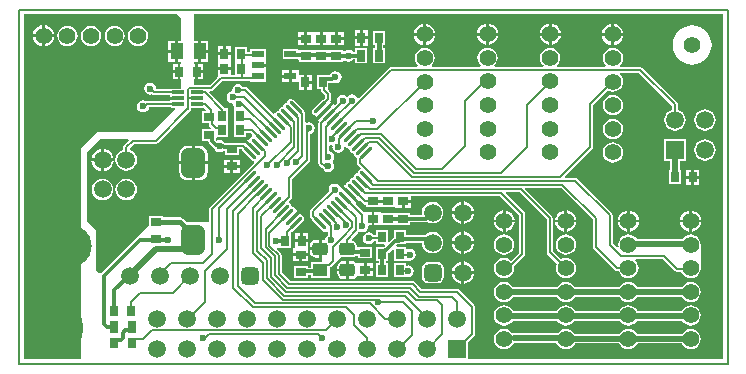
<source format=gtl>
G04*
G04 #@! TF.GenerationSoftware,Altium Limited,Altium Designer,21.4.1 (30)*
G04*
G04 Layer_Physical_Order=1*
G04 Layer_Color=255*
%FSLAX43Y43*%
%MOMM*%
G71*
G04*
G04 #@! TF.SameCoordinates,3424EEF4-7A2D-4525-8ED2-9E58D52D54A8*
G04*
G04*
G04 #@! TF.FilePolarity,Positive*
G04*
G01*
G75*
%ADD10C,0.200*%
%ADD12C,0.250*%
%ADD25C,1.500*%
%ADD34R,0.900X0.700*%
%ADD35R,0.700X0.900*%
%ADD36R,0.990X0.300*%
G04:AMPARAMS|DCode=37|XSize=0.3mm|YSize=1.45mm|CornerRadius=0mm|HoleSize=0mm|Usage=FLASHONLY|Rotation=135.000|XOffset=0mm|YOffset=0mm|HoleType=Round|Shape=Round|*
%AMOVALD37*
21,1,1.150,0.300,0.000,0.000,225.0*
1,1,0.300,0.407,0.407*
1,1,0.300,-0.407,-0.407*
%
%ADD37OVALD37*%

G04:AMPARAMS|DCode=38|XSize=0.3mm|YSize=1.45mm|CornerRadius=0mm|HoleSize=0mm|Usage=FLASHONLY|Rotation=225.000|XOffset=0mm|YOffset=0mm|HoleType=Round|Shape=Round|*
%AMOVALD38*
21,1,1.150,0.300,0.000,0.000,315.0*
1,1,0.300,-0.407,0.407*
1,1,0.300,0.407,-0.407*
%
%ADD38OVALD38*%

%ADD39R,1.000X0.600*%
%ADD40R,0.700X1.000*%
%ADD41R,1.000X1.400*%
G04:AMPARAMS|DCode=42|XSize=1.3mm|YSize=1.1mm|CornerRadius=0.275mm|HoleSize=0mm|Usage=FLASHONLY|Rotation=0.000|XOffset=0mm|YOffset=0mm|HoleType=Round|Shape=RoundedRectangle|*
%AMROUNDEDRECTD42*
21,1,1.300,0.550,0,0,0.0*
21,1,0.750,1.100,0,0,0.0*
1,1,0.550,0.375,-0.275*
1,1,0.550,-0.375,-0.275*
1,1,0.550,-0.375,0.275*
1,1,0.550,0.375,0.275*
%
%ADD42ROUNDEDRECTD42*%
%ADD43R,1.300X1.100*%
%ADD44C,0.300*%
%ADD45C,0.400*%
%ADD46C,0.500*%
%ADD47C,1.400*%
G04:AMPARAMS|DCode=48|XSize=2mm|YSize=2.5mm|CornerRadius=0.5mm|HoleSize=0mm|Usage=FLASHONLY|Rotation=180.000|XOffset=0mm|YOffset=0mm|HoleType=Round|Shape=RoundedRectangle|*
%AMROUNDEDRECTD48*
21,1,2.000,1.500,0,0,180.0*
21,1,1.000,2.500,0,0,180.0*
1,1,1.000,-0.500,0.750*
1,1,1.000,0.500,0.750*
1,1,1.000,0.500,-0.750*
1,1,1.000,-0.500,-0.750*
%
%ADD48ROUNDEDRECTD48*%
%ADD49R,1.500X1.500*%
G04:AMPARAMS|DCode=50|XSize=1.5mm|YSize=1.5mm|CornerRadius=0.375mm|HoleSize=0mm|Usage=FLASHONLY|Rotation=90.000|XOffset=0mm|YOffset=0mm|HoleType=Round|Shape=RoundedRectangle|*
%AMROUNDEDRECTD50*
21,1,1.500,0.750,0,0,90.0*
21,1,0.750,1.500,0,0,90.0*
1,1,0.750,0.375,0.375*
1,1,0.750,0.375,-0.375*
1,1,0.750,-0.375,-0.375*
1,1,0.750,-0.375,0.375*
%
%ADD50ROUNDEDRECTD50*%
%ADD51R,1.500X1.500*%
G04:AMPARAMS|DCode=52|XSize=1.5mm|YSize=1.5mm|CornerRadius=0.375mm|HoleSize=0mm|Usage=FLASHONLY|Rotation=180.000|XOffset=0mm|YOffset=0mm|HoleType=Round|Shape=RoundedRectangle|*
%AMROUNDEDRECTD52*
21,1,1.500,0.750,0,0,180.0*
21,1,0.750,1.500,0,0,180.0*
1,1,0.750,-0.375,0.375*
1,1,0.750,0.375,0.375*
1,1,0.750,0.375,-0.375*
1,1,0.750,-0.375,-0.375*
%
%ADD52ROUNDEDRECTD52*%
%ADD53C,3.500*%
%ADD54C,5.000*%
%ADD55C,0.600*%
G36*
X59592Y408D02*
X38000D01*
Y1765D01*
X38555Y2320D01*
X38610Y2402D01*
X38630Y2500D01*
Y4825D01*
X38610Y4923D01*
X38555Y5005D01*
X37255Y6305D01*
X37173Y6360D01*
X37075Y6380D01*
X34056D01*
X33505Y6930D01*
X33423Y6985D01*
X33325Y7005D01*
X22969D01*
X22230Y7744D01*
Y9244D01*
X22211Y9342D01*
X22155Y9424D01*
X21858Y9722D01*
X21890Y9859D01*
X22000Y9825D01*
Y9825D01*
X23000D01*
Y11025D01*
X23000D01*
X23036Y11137D01*
X23094Y11194D01*
X23142Y11204D01*
X23242Y11270D01*
X24055Y12083D01*
X24121Y12182D01*
X24144Y12300D01*
X24121Y12417D01*
X24055Y12516D01*
X23956Y12582D01*
X23949Y12583D01*
X23842Y12653D01*
X23815Y12790D01*
X23808Y12799D01*
X23167Y12158D01*
X22990Y12335D01*
X23631Y12976D01*
X23622Y12983D01*
X23485Y13010D01*
X23415Y13117D01*
X23414Y13124D01*
X23348Y13223D01*
X23249Y13289D01*
X23201Y13299D01*
X23115Y13344D01*
X23070Y13430D01*
X23061Y13477D01*
X22994Y13576D01*
X22895Y13643D01*
X22894Y13643D01*
X22852Y13781D01*
X23055Y13984D01*
X23110Y14067D01*
X23130Y14164D01*
Y15619D01*
X24580Y17070D01*
X24635Y17152D01*
X24655Y17250D01*
Y19466D01*
X24720Y19479D01*
X24885Y19590D01*
X24996Y19755D01*
X25035Y19950D01*
X24996Y20145D01*
X24885Y20310D01*
X24720Y20421D01*
X24525Y20460D01*
X24357Y20426D01*
X24230Y20495D01*
Y21187D01*
X24210Y21285D01*
X24155Y21367D01*
X24138Y21385D01*
X24121Y21468D01*
X24055Y21567D01*
X23242Y22380D01*
X23142Y22446D01*
X23025Y22470D01*
X22908Y22446D01*
X22809Y22380D01*
X22743Y22281D01*
X22733Y22233D01*
X22688Y22147D01*
X22602Y22102D01*
X22555Y22093D01*
X22456Y22026D01*
X22389Y21927D01*
X22380Y21880D01*
X22335Y21794D01*
X22249Y21749D01*
X22201Y21739D01*
X22102Y21673D01*
X22036Y21574D01*
X22026Y21526D01*
X21981Y21440D01*
X21895Y21395D01*
X21848Y21386D01*
X21748Y21319D01*
X21682Y21220D01*
X21682Y21219D01*
X21544Y21177D01*
X19316Y23405D01*
X19233Y23460D01*
X19136Y23480D01*
X18966D01*
X18911Y23562D01*
X18746Y23672D01*
X18551Y23711D01*
X18356Y23672D01*
X18190Y23562D01*
X18080Y23396D01*
X18041Y23201D01*
X18065Y23079D01*
X17906Y23047D01*
X17740Y22937D01*
X17630Y22771D01*
X17591Y22576D01*
X17630Y22381D01*
X17740Y22216D01*
X17906Y22105D01*
X18022Y22082D01*
X18114Y22038D01*
X18156Y21948D01*
X18179Y21830D01*
X18231Y21752D01*
X18225Y21625D01*
X18225Y21625D01*
X18225Y21625D01*
Y20425D01*
X18225D01*
Y20375D01*
X18225D01*
Y19175D01*
X19225D01*
Y19545D01*
X19627D01*
X19769Y19402D01*
X19728Y19265D01*
X19726Y19264D01*
X19627Y19198D01*
X19561Y19099D01*
X19560Y19092D01*
X19490Y18985D01*
X19353Y18958D01*
X19344Y18951D01*
X19985Y18310D01*
X19808Y18133D01*
X19167Y18774D01*
X19160Y18765D01*
X19158Y18752D01*
X19067Y18660D01*
X19022Y18669D01*
X18969Y18680D01*
X18625D01*
Y18700D01*
X17434D01*
X17360Y18810D01*
X17195Y18921D01*
X17000Y18960D01*
X16805Y18921D01*
X16780Y18904D01*
X16675Y18984D01*
Y19069D01*
X16725Y19175D01*
X17725D01*
Y20375D01*
X17725D01*
Y20425D01*
X17725D01*
Y21625D01*
X17454D01*
X17453Y21630D01*
X17397Y21713D01*
X16108Y23003D01*
X16156Y23120D01*
X16288D01*
X16385Y23140D01*
X16468Y23195D01*
X17243Y23970D01*
X19575D01*
Y23900D01*
X20875D01*
Y24800D01*
X20925D01*
Y25175D01*
X20225D01*
Y25425D01*
X20925D01*
Y25800D01*
X20875Y25800D01*
Y26700D01*
X19575D01*
Y26380D01*
X19325D01*
Y26850D01*
X18325D01*
Y25650D01*
X18325D01*
Y25600D01*
X18325D01*
Y24480D01*
X17925D01*
Y24875D01*
X16825D01*
Y24350D01*
X16825Y24350D01*
X16825D01*
X16787Y24235D01*
X16182Y23630D01*
X14800D01*
Y24100D01*
X14925D01*
Y24750D01*
Y25400D01*
X14800D01*
Y25575D01*
X15165D01*
Y26475D01*
Y27375D01*
X14800D01*
Y29550D01*
X14842Y29592D01*
X59592D01*
Y408D01*
D02*
G37*
G36*
X13700Y29300D02*
X13700Y27375D01*
X13485D01*
Y26475D01*
Y25575D01*
X13700D01*
Y25400D01*
X13675D01*
Y24750D01*
Y24100D01*
X13700D01*
Y23300D01*
X12850D01*
Y23255D01*
X11647D01*
X11610Y23300D01*
X11571Y23495D01*
X11460Y23660D01*
X11295Y23771D01*
X11100Y23810D01*
X10905Y23771D01*
X10740Y23660D01*
X10629Y23495D01*
X10590Y23300D01*
X10629Y23105D01*
X10740Y22940D01*
X10905Y22829D01*
X11100Y22790D01*
X11226Y22815D01*
X11302Y22765D01*
X11400Y22745D01*
X12800D01*
Y22625D01*
X13495D01*
Y22375D01*
X12800D01*
Y22255D01*
X10808D01*
X10740Y22241D01*
X10695Y22271D01*
X10500Y22310D01*
X10305Y22271D01*
X10140Y22160D01*
X10029Y21995D01*
X9990Y21800D01*
X10029Y21605D01*
X10140Y21440D01*
X10305Y21329D01*
X10500Y21290D01*
X10695Y21329D01*
X10860Y21440D01*
X10971Y21605D01*
X10999Y21745D01*
X12850D01*
Y21700D01*
X13234D01*
X13283Y21583D01*
X11300Y19600D01*
X6575Y19600D01*
X5250Y18275D01*
X5250Y408D01*
X408D01*
Y29592D01*
X13408D01*
X13700Y29300D01*
D02*
G37*
G36*
X15863Y21502D02*
X15810Y21375D01*
X15475D01*
Y20375D01*
X16053D01*
Y20342D01*
X16072Y20245D01*
X16128Y20162D01*
X16297Y19992D01*
X16249Y19875D01*
X15475D01*
Y18875D01*
X15920D01*
X16044Y18850D01*
X16067Y18733D01*
X16134Y18634D01*
X16476Y18291D01*
X16529Y18256D01*
X16529Y18255D01*
X16640Y18090D01*
X16805Y17979D01*
X17000Y17940D01*
X17195Y17979D01*
X17298Y18048D01*
X17425Y18008D01*
Y17700D01*
X18625D01*
Y18170D01*
X18851D01*
X18854Y18158D01*
X18920Y18058D01*
X19733Y17245D01*
X19832Y17179D01*
X19859Y17174D01*
X19900Y17036D01*
X16145Y13280D01*
X16090Y13198D01*
X16070Y13100D01*
Y12000D01*
X14205Y12000D01*
X13902Y12302D01*
X13787Y12380D01*
X13650Y12407D01*
X12200D01*
Y12550D01*
X11000D01*
Y11727D01*
X7650Y8361D01*
Y8358D01*
X6987Y7695D01*
X6959Y7666D01*
X6818Y7684D01*
X6538Y7935D01*
X6538Y8513D01*
Y11362D01*
X5800Y12100D01*
Y17912D01*
X6913Y19025D01*
X9249D01*
X9297Y18908D01*
X8895Y18505D01*
X8840Y18423D01*
X8820Y18325D01*
Y18144D01*
X8621Y18061D01*
X8433Y17917D01*
X8289Y17729D01*
X8198Y17510D01*
X8167Y17275D01*
X8198Y17040D01*
X8289Y16821D01*
X8433Y16633D01*
X8621Y16489D01*
X8840Y16398D01*
X9075Y16367D01*
X9310Y16398D01*
X9529Y16489D01*
X9717Y16633D01*
X9861Y16821D01*
X9952Y17040D01*
X9983Y17275D01*
X9952Y17510D01*
X9861Y17729D01*
X9717Y17917D01*
X9529Y18061D01*
X9392Y18118D01*
X9371Y18261D01*
X9756Y18645D01*
X11600D01*
X11698Y18665D01*
X11780Y18720D01*
X14530Y21470D01*
X14585Y21552D01*
X14605Y21650D01*
Y21700D01*
X15665D01*
X15863Y21502D01*
D02*
G37*
%LPC*%
G36*
X45100Y28816D02*
Y28050D01*
X45866D01*
X45852Y28160D01*
X45761Y28379D01*
X45617Y28567D01*
X45429Y28711D01*
X45210Y28802D01*
X45100Y28816D01*
D02*
G37*
G36*
X44850D02*
X44740Y28802D01*
X44521Y28711D01*
X44333Y28567D01*
X44189Y28379D01*
X44098Y28160D01*
X44084Y28050D01*
X44850D01*
Y28816D01*
D02*
G37*
G36*
X39800D02*
Y28050D01*
X40566D01*
X40552Y28160D01*
X40461Y28379D01*
X40317Y28567D01*
X40129Y28711D01*
X39910Y28802D01*
X39800Y28816D01*
D02*
G37*
G36*
X39550D02*
X39440Y28802D01*
X39221Y28711D01*
X39033Y28567D01*
X38889Y28379D01*
X38798Y28160D01*
X38784Y28050D01*
X39550D01*
Y28816D01*
D02*
G37*
G36*
X50400Y28791D02*
Y28025D01*
X51166D01*
X51152Y28135D01*
X51061Y28354D01*
X50917Y28542D01*
X50729Y28686D01*
X50510Y28777D01*
X50400Y28791D01*
D02*
G37*
G36*
X50150D02*
X50040Y28777D01*
X49821Y28686D01*
X49633Y28542D01*
X49489Y28354D01*
X49398Y28135D01*
X49384Y28025D01*
X50150D01*
Y28791D01*
D02*
G37*
G36*
X34475D02*
Y28025D01*
X35241D01*
X35227Y28135D01*
X35136Y28354D01*
X34992Y28542D01*
X34804Y28686D01*
X34585Y28777D01*
X34475Y28791D01*
D02*
G37*
G36*
X34225D02*
X34115Y28777D01*
X33896Y28686D01*
X33708Y28542D01*
X33564Y28354D01*
X33473Y28135D01*
X33459Y28025D01*
X34225D01*
Y28791D01*
D02*
G37*
G36*
X29525Y28250D02*
X29100D01*
Y27725D01*
X29525D01*
Y28250D01*
D02*
G37*
G36*
X28850D02*
X28425D01*
Y27725D01*
X28850D01*
Y28250D01*
D02*
G37*
G36*
X24175Y28100D02*
X23650D01*
Y27675D01*
X24175D01*
Y28100D01*
D02*
G37*
G36*
X27500D02*
X26975D01*
Y27675D01*
X27500D01*
Y28100D01*
D02*
G37*
G36*
X40566Y27800D02*
X39800D01*
Y27034D01*
X39910Y27048D01*
X40129Y27139D01*
X40317Y27283D01*
X40461Y27471D01*
X40552Y27690D01*
X40566Y27800D01*
D02*
G37*
G36*
X45866Y27800D02*
X45100D01*
Y27034D01*
X45210Y27048D01*
X45429Y27139D01*
X45617Y27283D01*
X45761Y27471D01*
X45852Y27690D01*
X45866Y27800D01*
D02*
G37*
G36*
X44850D02*
X44084D01*
X44098Y27690D01*
X44189Y27471D01*
X44333Y27283D01*
X44521Y27139D01*
X44740Y27048D01*
X44850Y27034D01*
Y27800D01*
D02*
G37*
G36*
X39550Y27800D02*
X38784D01*
X38798Y27690D01*
X38889Y27471D01*
X39033Y27283D01*
X39221Y27139D01*
X39440Y27048D01*
X39550Y27034D01*
Y27800D01*
D02*
G37*
G36*
X50150Y27775D02*
X49384D01*
X49398Y27665D01*
X49489Y27446D01*
X49633Y27258D01*
X49821Y27114D01*
X50040Y27023D01*
X50150Y27009D01*
Y27775D01*
D02*
G37*
G36*
X34225Y27775D02*
X33459D01*
X33473Y27665D01*
X33564Y27446D01*
X33708Y27258D01*
X33896Y27114D01*
X34115Y27023D01*
X34225Y27009D01*
Y27775D01*
D02*
G37*
G36*
X35241D02*
X34475D01*
Y27009D01*
X34585Y27023D01*
X34804Y27114D01*
X34992Y27258D01*
X35136Y27446D01*
X35227Y27665D01*
X35241Y27775D01*
D02*
G37*
G36*
X51166Y27775D02*
X50400D01*
Y27009D01*
X50510Y27023D01*
X50729Y27114D01*
X50917Y27258D01*
X51061Y27446D01*
X51152Y27665D01*
X51166Y27775D01*
D02*
G37*
G36*
X27500Y27425D02*
X26975D01*
Y27000D01*
X27500D01*
Y27425D01*
D02*
G37*
G36*
X26725Y28100D02*
X25700D01*
Y27550D01*
Y27000D01*
X26725D01*
Y27550D01*
Y28100D01*
D02*
G37*
G36*
X25450D02*
X24425D01*
Y27550D01*
Y27000D01*
X25450D01*
Y27550D01*
Y28100D01*
D02*
G37*
G36*
X24175Y27425D02*
X23650D01*
Y27000D01*
X24175D01*
Y27425D01*
D02*
G37*
G36*
X29525Y27475D02*
X29100D01*
Y26950D01*
X29525D01*
Y27475D01*
D02*
G37*
G36*
X28850D02*
X28425D01*
Y26950D01*
X28850D01*
Y27475D01*
D02*
G37*
G36*
X15990Y27375D02*
X15415D01*
Y26600D01*
X15990D01*
Y27375D01*
D02*
G37*
G36*
X29475Y26750D02*
X28475D01*
Y26406D01*
X28309D01*
X28273Y26460D01*
X28108Y26571D01*
X27913Y26610D01*
X27717Y26571D01*
X27577Y26477D01*
X27487Y26507D01*
X27450Y26533D01*
Y26600D01*
X26250D01*
Y26600D01*
X26175D01*
Y26600D01*
X24975D01*
Y26600D01*
X24900D01*
Y26600D01*
X23700D01*
X23625Y26696D01*
Y26700D01*
X22325D01*
Y25800D01*
X23625D01*
X23700Y25704D01*
Y25600D01*
X24900D01*
Y25600D01*
X24975D01*
Y25600D01*
X26175D01*
Y25600D01*
X26250D01*
Y25600D01*
X27450D01*
Y25667D01*
X27487Y25693D01*
X27577Y25723D01*
X27717Y25629D01*
X27913Y25590D01*
X28108Y25629D01*
X28273Y25740D01*
X28309Y25794D01*
X28475D01*
Y25450D01*
X29475D01*
Y26750D01*
D02*
G37*
G36*
X17925Y26900D02*
X17500D01*
Y26375D01*
X17925D01*
Y26900D01*
D02*
G37*
G36*
X17250D02*
X16825D01*
Y26375D01*
X17250D01*
Y26900D01*
D02*
G37*
G36*
X15990Y26350D02*
X15415D01*
Y25575D01*
X15990D01*
Y26350D01*
D02*
G37*
G36*
X30975Y28200D02*
X29975D01*
Y27000D01*
X30118D01*
Y26750D01*
X29975D01*
Y25450D01*
X30975D01*
Y26750D01*
X30832D01*
Y27000D01*
X30975D01*
Y28200D01*
D02*
G37*
G36*
X57000Y28658D02*
X56677Y28626D01*
X56366Y28532D01*
X56079Y28379D01*
X55828Y28172D01*
X55621Y27921D01*
X55468Y27634D01*
X55374Y27323D01*
X55342Y27000D01*
X55374Y26677D01*
X55468Y26366D01*
X55621Y26079D01*
X55828Y25828D01*
X56079Y25621D01*
X56366Y25468D01*
X56677Y25374D01*
X57000Y25342D01*
X57323Y25374D01*
X57634Y25468D01*
X57921Y25621D01*
X58172Y25828D01*
X58379Y26079D01*
X58532Y26366D01*
X58626Y26677D01*
X58658Y27000D01*
X58626Y27323D01*
X58532Y27634D01*
X58379Y27921D01*
X58172Y28172D01*
X57921Y28379D01*
X57634Y28532D01*
X57323Y28626D01*
X57000Y28658D01*
D02*
G37*
G36*
X44975Y26782D02*
X44753Y26753D01*
X44546Y26667D01*
X44369Y26531D01*
X44233Y26354D01*
X44147Y26147D01*
X44118Y25925D01*
X44147Y25703D01*
X44233Y25496D01*
X44369Y25319D01*
X44417Y25282D01*
X44374Y25155D01*
X40276D01*
X40233Y25282D01*
X40281Y25319D01*
X40417Y25496D01*
X40503Y25703D01*
X40532Y25925D01*
X40503Y26147D01*
X40417Y26354D01*
X40281Y26531D01*
X40104Y26667D01*
X39897Y26753D01*
X39675Y26782D01*
X39453Y26753D01*
X39246Y26667D01*
X39069Y26531D01*
X38933Y26354D01*
X38847Y26147D01*
X38818Y25925D01*
X38847Y25703D01*
X38933Y25496D01*
X39069Y25319D01*
X39117Y25282D01*
X39074Y25155D01*
X34984D01*
X34941Y25282D01*
X34956Y25294D01*
X35092Y25471D01*
X35178Y25678D01*
X35207Y25900D01*
X35178Y26122D01*
X35092Y26329D01*
X34956Y26506D01*
X34779Y26642D01*
X34572Y26728D01*
X34350Y26757D01*
X34128Y26728D01*
X33921Y26642D01*
X33744Y26506D01*
X33608Y26329D01*
X33522Y26122D01*
X33493Y25900D01*
X33522Y25678D01*
X33608Y25471D01*
X33744Y25294D01*
X33759Y25282D01*
X33716Y25155D01*
X31517D01*
X31420Y25135D01*
X31337Y25080D01*
X28763Y22506D01*
X28617Y22539D01*
X28535Y22660D01*
X28370Y22771D01*
X28175Y22810D01*
X27980Y22771D01*
X27871Y22698D01*
X27760Y22635D01*
X27595Y22746D01*
X27400Y22785D01*
X27205Y22746D01*
X27040Y22635D01*
X26929Y22470D01*
X26890Y22275D01*
X26919Y22130D01*
X26729Y21939D01*
X26615Y21970D01*
X25960Y21315D01*
X25318Y20673D01*
X25332Y20655D01*
X25369Y20530D01*
X25365Y20522D01*
X25345Y20425D01*
Y17051D01*
X25365Y16953D01*
X25420Y16871D01*
X25695Y16596D01*
X25695Y16595D01*
X25702Y16559D01*
X25813Y16393D01*
X25978Y16283D01*
X26173Y16244D01*
X26368Y16283D01*
X26534Y16393D01*
X26644Y16559D01*
X26683Y16754D01*
X26644Y16949D01*
X26592Y17027D01*
X26549Y17151D01*
X26660Y17316D01*
X26698Y17511D01*
X26660Y17707D01*
X26549Y17872D01*
X26384Y17982D01*
X26230Y18013D01*
Y18463D01*
X26357Y18544D01*
X26500Y18515D01*
X26557Y18458D01*
X26540Y18375D01*
X26579Y18180D01*
X26690Y18015D01*
X26855Y17904D01*
X27050Y17865D01*
X27245Y17904D01*
X27410Y18015D01*
X27521Y18180D01*
X27552Y18334D01*
X27680Y18370D01*
X27724Y18306D01*
X27823Y18239D01*
X27870Y18230D01*
X27956Y18185D01*
X28001Y18099D01*
X28011Y18051D01*
X28077Y17952D01*
X28176Y17886D01*
X28224Y17876D01*
X28310Y17831D01*
X28355Y17745D01*
X28364Y17698D01*
X28431Y17599D01*
X28530Y17532D01*
X28566Y17525D01*
X28638Y17409D01*
X28637Y17392D01*
X28620Y17309D01*
Y17025D01*
X28640Y16927D01*
X28695Y16845D01*
X28930Y16610D01*
X28888Y16472D01*
X28883Y16471D01*
X28784Y16405D01*
X28718Y16306D01*
X28708Y16258D01*
X28663Y16172D01*
X28577Y16127D01*
X28530Y16118D01*
X28431Y16051D01*
X28364Y15952D01*
X28355Y15905D01*
X28310Y15819D01*
X28224Y15774D01*
X28176Y15764D01*
X28077Y15698D01*
X28011Y15599D01*
X28001Y15551D01*
X27956Y15465D01*
X27870Y15420D01*
X27823Y15411D01*
X27724Y15344D01*
X27657Y15245D01*
X27656Y15238D01*
X27586Y15131D01*
X27450Y15104D01*
X27440Y15098D01*
X28081Y14456D01*
X28726Y13812D01*
X28827Y13854D01*
X28847Y13860D01*
X29138Y13570D01*
X29220Y13515D01*
X29318Y13495D01*
X29375D01*
Y13250D01*
X30575D01*
Y13250D01*
X30650Y13300D01*
X31850D01*
X31875Y13200D01*
X32400D01*
Y13750D01*
X32525D01*
Y13875D01*
X33175D01*
Y14220D01*
X40694D01*
X42370Y12544D01*
Y9431D01*
X41661Y8722D01*
X41504Y8842D01*
X41297Y8928D01*
X41075Y8957D01*
X40853Y8928D01*
X40646Y8842D01*
X40469Y8706D01*
X40333Y8529D01*
X40247Y8322D01*
X40218Y8100D01*
X40247Y7878D01*
X40333Y7671D01*
X40469Y7494D01*
X40646Y7358D01*
X40853Y7272D01*
X41075Y7243D01*
X41297Y7272D01*
X41504Y7358D01*
X41681Y7494D01*
X41817Y7671D01*
X41903Y7878D01*
X41932Y8100D01*
X41912Y8252D01*
X41924Y8264D01*
X41925Y8264D01*
X42805Y9145D01*
X42860Y9227D01*
X42880Y9325D01*
Y12650D01*
X42860Y12748D01*
X42805Y12830D01*
X41208Y14428D01*
X41256Y14545D01*
X42369D01*
X44670Y12244D01*
Y9450D01*
X44690Y9352D01*
X44745Y9270D01*
X45537Y8478D01*
X45472Y8322D01*
X45443Y8100D01*
X45472Y7878D01*
X45558Y7671D01*
X45694Y7494D01*
X45871Y7358D01*
X46078Y7272D01*
X46300Y7243D01*
X46522Y7272D01*
X46729Y7358D01*
X46906Y7494D01*
X47042Y7671D01*
X47128Y7878D01*
X47157Y8100D01*
X47128Y8322D01*
X47042Y8529D01*
X46906Y8706D01*
X46729Y8842D01*
X46522Y8928D01*
X46300Y8957D01*
X46078Y8928D01*
X45887Y8849D01*
X45180Y9556D01*
Y12350D01*
X45160Y12448D01*
X45105Y12530D01*
X42833Y14803D01*
X42881Y14920D01*
X45894D01*
X48570Y12244D01*
Y9900D01*
X48590Y9802D01*
X48645Y9720D01*
X50445Y7920D01*
X50527Y7865D01*
X50625Y7845D01*
X50786D01*
X50858Y7671D01*
X50994Y7494D01*
X51171Y7358D01*
X51378Y7272D01*
X51600Y7243D01*
X51822Y7272D01*
X52029Y7358D01*
X52206Y7494D01*
X52342Y7671D01*
X52428Y7878D01*
X52457Y8100D01*
X52428Y8322D01*
X52342Y8529D01*
X52206Y8706D01*
X52191Y8718D01*
X52234Y8845D01*
X54544D01*
X55495Y7895D01*
X55577Y7840D01*
X55675Y7820D01*
X56071D01*
X56133Y7671D01*
X56269Y7494D01*
X56446Y7358D01*
X56653Y7272D01*
X56875Y7243D01*
X57097Y7272D01*
X57304Y7358D01*
X57481Y7494D01*
X57617Y7671D01*
X57703Y7878D01*
X57729Y8075D01*
X57775D01*
Y10100D01*
X57732D01*
X57703Y10322D01*
X57617Y10529D01*
X57481Y10706D01*
X57304Y10842D01*
X57097Y10928D01*
X56875Y10957D01*
X56653Y10928D01*
X56446Y10842D01*
X56269Y10706D01*
X56136Y10533D01*
X52339D01*
X52206Y10706D01*
X52029Y10842D01*
X51822Y10928D01*
X51600Y10957D01*
X51378Y10928D01*
X51171Y10842D01*
X50994Y10706D01*
X50858Y10529D01*
X50772Y10322D01*
X50743Y10100D01*
X50772Y9878D01*
X50779Y9861D01*
X50671Y9789D01*
X50255Y10206D01*
Y12625D01*
X50235Y12723D01*
X50180Y12805D01*
X47280Y15705D01*
X47198Y15760D01*
X47100Y15780D01*
X46256D01*
X46208Y15897D01*
X48530Y18220D01*
X48585Y18302D01*
X48605Y18400D01*
Y21919D01*
X49844Y23159D01*
X49846Y23158D01*
X50053Y23072D01*
X50275Y23043D01*
X50497Y23072D01*
X50704Y23158D01*
X50881Y23294D01*
X51017Y23471D01*
X51103Y23678D01*
X51132Y23900D01*
X51103Y24122D01*
X51017Y24329D01*
X50881Y24506D01*
X50866Y24518D01*
X50909Y24645D01*
X52494D01*
X55280Y21859D01*
Y21512D01*
X55096Y21436D01*
X54908Y21292D01*
X54764Y21104D01*
X54673Y20885D01*
X54642Y20650D01*
X54673Y20415D01*
X54764Y20196D01*
X54908Y20008D01*
X55096Y19864D01*
X55315Y19773D01*
X55550Y19742D01*
X55785Y19773D01*
X56004Y19864D01*
X56192Y20008D01*
X56336Y20196D01*
X56427Y20415D01*
X56458Y20650D01*
X56427Y20885D01*
X56336Y21104D01*
X56192Y21292D01*
X56004Y21436D01*
X55790Y21525D01*
Y21965D01*
X55770Y22063D01*
X55715Y22145D01*
X52780Y25080D01*
X52698Y25135D01*
X52600Y25155D01*
X50909D01*
X50866Y25282D01*
X50881Y25294D01*
X51017Y25471D01*
X51103Y25678D01*
X51132Y25900D01*
X51103Y26122D01*
X51017Y26329D01*
X50881Y26506D01*
X50704Y26642D01*
X50497Y26728D01*
X50275Y26757D01*
X50053Y26728D01*
X49846Y26642D01*
X49669Y26506D01*
X49533Y26329D01*
X49447Y26122D01*
X49418Y25900D01*
X49447Y25678D01*
X49533Y25471D01*
X49669Y25294D01*
X49684Y25282D01*
X49641Y25155D01*
X45576D01*
X45533Y25282D01*
X45581Y25319D01*
X45717Y25496D01*
X45803Y25703D01*
X45832Y25925D01*
X45803Y26147D01*
X45717Y26354D01*
X45581Y26531D01*
X45404Y26667D01*
X45197Y26753D01*
X44975Y26782D01*
D02*
G37*
G36*
X17925Y26125D02*
X16825D01*
Y25600D01*
Y25125D01*
X17925D01*
Y25600D01*
Y26125D01*
D02*
G37*
G36*
X15600Y25400D02*
X15175D01*
Y24875D01*
X15600D01*
Y25400D01*
D02*
G37*
G36*
X22850Y24850D02*
X22275D01*
Y24475D01*
X22850D01*
Y24850D01*
D02*
G37*
G36*
X15600Y24625D02*
X15175D01*
Y24100D01*
X15600D01*
Y24625D01*
D02*
G37*
G36*
X24375Y24500D02*
Y23975D01*
X24800D01*
Y24500D01*
X24375D01*
D02*
G37*
G36*
X22850Y24225D02*
X22275D01*
Y23850D01*
X22850D01*
Y24225D01*
D02*
G37*
G36*
X26800Y24785D02*
X26605Y24746D01*
X26440Y24635D01*
X26329Y24470D01*
X26326Y24453D01*
X26200Y24450D01*
Y24450D01*
X25200D01*
Y23250D01*
X25553D01*
Y23217D01*
X25572Y23120D01*
X25628Y23037D01*
X25895Y22769D01*
Y22495D01*
X25856Y22456D01*
X25808Y22446D01*
X25708Y22380D01*
X24895Y21567D01*
X24829Y21468D01*
X24806Y21350D01*
X24829Y21233D01*
X24895Y21134D01*
X24994Y21068D01*
X25001Y21067D01*
X25108Y20997D01*
X25135Y20860D01*
X25142Y20851D01*
X25783Y21492D01*
X26425Y22133D01*
X26414Y22142D01*
X26376Y22277D01*
X26385Y22292D01*
X26405Y22389D01*
Y22875D01*
X26385Y22973D01*
X26330Y23055D01*
X26246Y23139D01*
X26200Y23250D01*
X26200D01*
X26200Y23250D01*
Y23794D01*
X26544D01*
X26544Y23794D01*
X26602Y23806D01*
X26605Y23804D01*
X26800Y23765D01*
X26995Y23804D01*
X27160Y23915D01*
X27271Y24080D01*
X27310Y24275D01*
X27271Y24470D01*
X27160Y24635D01*
X26995Y24746D01*
X26800Y24785D01*
D02*
G37*
G36*
X24800Y23725D02*
X24375D01*
Y23200D01*
X24800D01*
Y23725D01*
D02*
G37*
G36*
X23675Y24850D02*
X23100D01*
Y24350D01*
Y23850D01*
X23675Y23850D01*
X23700Y23733D01*
Y23200D01*
X24125D01*
Y23850D01*
Y24500D01*
X23700Y24500D01*
X23675Y24617D01*
Y24850D01*
D02*
G37*
G36*
X50275Y22757D02*
X50053Y22728D01*
X49846Y22642D01*
X49669Y22506D01*
X49533Y22329D01*
X49447Y22122D01*
X49418Y21900D01*
X49447Y21678D01*
X49533Y21471D01*
X49669Y21294D01*
X49846Y21158D01*
X50053Y21072D01*
X50275Y21043D01*
X50497Y21072D01*
X50704Y21158D01*
X50881Y21294D01*
X51017Y21471D01*
X51103Y21678D01*
X51132Y21900D01*
X51103Y22122D01*
X51017Y22329D01*
X50881Y22506D01*
X50704Y22642D01*
X50497Y22728D01*
X50275Y22757D01*
D02*
G37*
G36*
X58090Y21558D02*
X57855Y21527D01*
X57636Y21436D01*
X57448Y21292D01*
X57304Y21104D01*
X57213Y20885D01*
X57182Y20650D01*
X57213Y20415D01*
X57304Y20196D01*
X57448Y20008D01*
X57636Y19864D01*
X57855Y19773D01*
X58090Y19742D01*
X58325Y19773D01*
X58544Y19864D01*
X58732Y20008D01*
X58876Y20196D01*
X58967Y20415D01*
X58998Y20650D01*
X58967Y20885D01*
X58876Y21104D01*
X58732Y21292D01*
X58544Y21436D01*
X58325Y21527D01*
X58090Y21558D01*
D02*
G37*
G36*
X50275Y20757D02*
X50053Y20728D01*
X49846Y20642D01*
X49669Y20506D01*
X49533Y20329D01*
X49447Y20122D01*
X49418Y19900D01*
X49447Y19678D01*
X49533Y19471D01*
X49669Y19294D01*
X49846Y19158D01*
X50053Y19072D01*
X50275Y19043D01*
X50497Y19072D01*
X50704Y19158D01*
X50881Y19294D01*
X51017Y19471D01*
X51103Y19678D01*
X51132Y19900D01*
X51103Y20122D01*
X51017Y20329D01*
X50881Y20506D01*
X50704Y20642D01*
X50497Y20728D01*
X50275Y20757D01*
D02*
G37*
G36*
X58090Y19018D02*
X57855Y18987D01*
X57636Y18896D01*
X57448Y18752D01*
X57304Y18564D01*
X57213Y18345D01*
X57182Y18110D01*
X57213Y17875D01*
X57304Y17656D01*
X57448Y17468D01*
X57636Y17324D01*
X57855Y17233D01*
X58090Y17202D01*
X58325Y17233D01*
X58544Y17324D01*
X58732Y17468D01*
X58876Y17656D01*
X58967Y17875D01*
X58998Y18110D01*
X58967Y18345D01*
X58876Y18564D01*
X58732Y18752D01*
X58544Y18896D01*
X58325Y18987D01*
X58090Y19018D01*
D02*
G37*
G36*
X50275Y18757D02*
X50053Y18728D01*
X49846Y18642D01*
X49669Y18506D01*
X49533Y18329D01*
X49447Y18122D01*
X49418Y17900D01*
X49447Y17678D01*
X49533Y17471D01*
X49669Y17294D01*
X49846Y17158D01*
X50053Y17072D01*
X50275Y17043D01*
X50497Y17072D01*
X50704Y17158D01*
X50881Y17294D01*
X51017Y17471D01*
X51103Y17678D01*
X51132Y17900D01*
X51103Y18122D01*
X51017Y18329D01*
X50881Y18506D01*
X50704Y18642D01*
X50497Y18728D01*
X50275Y18757D01*
D02*
G37*
G36*
X57600Y16450D02*
X57175D01*
Y15925D01*
X57600D01*
Y16450D01*
D02*
G37*
G36*
X56925D02*
X56500D01*
Y15925D01*
X56925D01*
Y16450D01*
D02*
G37*
G36*
X56450Y19010D02*
X54650D01*
Y17210D01*
X55142D01*
Y16400D01*
X55050D01*
Y15200D01*
X56050D01*
Y16400D01*
X55958D01*
Y17210D01*
X56450D01*
Y19010D01*
D02*
G37*
G36*
X57600Y15675D02*
X57175D01*
Y15150D01*
X57600D01*
Y15675D01*
D02*
G37*
G36*
X56925D02*
X56500D01*
Y15150D01*
X56925D01*
Y15675D01*
D02*
G37*
G36*
X33175Y13625D02*
X32650D01*
Y13200D01*
X33175D01*
Y13625D01*
D02*
G37*
G36*
X37700Y13757D02*
Y12940D01*
X38517D01*
X38501Y13063D01*
X38405Y13294D01*
X38253Y13493D01*
X38054Y13645D01*
X37823Y13741D01*
X37700Y13757D01*
D02*
G37*
G36*
X37450Y13757D02*
X37327Y13741D01*
X37096Y13645D01*
X36897Y13493D01*
X36745Y13294D01*
X36649Y13063D01*
X36633Y12940D01*
X37450D01*
Y13757D01*
D02*
G37*
G36*
X35035Y13723D02*
X34800Y13692D01*
X34581Y13601D01*
X34393Y13457D01*
X34249Y13269D01*
X34158Y13050D01*
X34127Y12815D01*
X34142Y12701D01*
X34058Y12606D01*
X33125D01*
Y12800D01*
X31925D01*
Y12800D01*
X31850Y12800D01*
Y12800D01*
X30731D01*
X30625Y12850D01*
X30544Y12850D01*
X30100D01*
Y12300D01*
Y11750D01*
X30625Y11750D01*
X30731Y11800D01*
X31850D01*
Y11800D01*
X31925Y11800D01*
Y11800D01*
X33125D01*
Y11994D01*
X34450D01*
X34450Y11994D01*
X34567Y12017D01*
X34583Y12028D01*
X34800Y11938D01*
X35035Y11907D01*
X35270Y11938D01*
X35489Y12029D01*
X35677Y12173D01*
X35821Y12361D01*
X35912Y12580D01*
X35943Y12815D01*
X35912Y13050D01*
X35821Y13269D01*
X35677Y13457D01*
X35489Y13601D01*
X35270Y13692D01*
X35035Y13723D01*
D02*
G37*
G36*
X46425Y12991D02*
Y12225D01*
X47191D01*
X47177Y12335D01*
X47086Y12554D01*
X46942Y12742D01*
X46754Y12886D01*
X46535Y12977D01*
X46425Y12991D01*
D02*
G37*
G36*
X46175D02*
X46065Y12977D01*
X45846Y12886D01*
X45658Y12742D01*
X45514Y12554D01*
X45423Y12335D01*
X45409Y12225D01*
X46175D01*
Y12991D01*
D02*
G37*
G36*
X51725D02*
Y12225D01*
X52491D01*
X52477Y12335D01*
X52386Y12554D01*
X52242Y12742D01*
X52054Y12886D01*
X51835Y12977D01*
X51725Y12991D01*
D02*
G37*
G36*
X51475D02*
X51365Y12977D01*
X51146Y12886D01*
X50958Y12742D01*
X50814Y12554D01*
X50723Y12335D01*
X50709Y12225D01*
X51475D01*
Y12991D01*
D02*
G37*
G36*
X57000D02*
Y12225D01*
X57766D01*
X57752Y12335D01*
X57661Y12554D01*
X57517Y12742D01*
X57329Y12886D01*
X57110Y12977D01*
X57000Y12991D01*
D02*
G37*
G36*
X41200D02*
Y12225D01*
X41966D01*
X41952Y12335D01*
X41861Y12554D01*
X41717Y12742D01*
X41529Y12886D01*
X41310Y12977D01*
X41200Y12991D01*
D02*
G37*
G36*
X56750D02*
X56640Y12977D01*
X56421Y12886D01*
X56233Y12742D01*
X56089Y12554D01*
X55998Y12335D01*
X55984Y12225D01*
X56750D01*
Y12991D01*
D02*
G37*
G36*
X40950D02*
X40840Y12977D01*
X40621Y12886D01*
X40433Y12742D01*
X40289Y12554D01*
X40198Y12335D01*
X40184Y12225D01*
X40950D01*
Y12991D01*
D02*
G37*
G36*
X37450Y12690D02*
X36633D01*
X36649Y12567D01*
X36745Y12336D01*
X36897Y12137D01*
X37096Y11985D01*
X37327Y11889D01*
X37450Y11873D01*
Y12690D01*
D02*
G37*
G36*
X38517D02*
X37700D01*
Y11873D01*
X37823Y11889D01*
X38054Y11985D01*
X38253Y12137D01*
X38405Y12336D01*
X38501Y12567D01*
X38517Y12690D01*
D02*
G37*
G36*
X26725Y15260D02*
X26530Y15221D01*
X26365Y15110D01*
X26254Y14945D01*
X26215Y14750D01*
X26240Y14625D01*
X24720Y13105D01*
X24665Y13022D01*
X24645Y12924D01*
Y12511D01*
X24665Y12413D01*
X24720Y12331D01*
X24819Y12231D01*
X24829Y12182D01*
X24895Y12083D01*
X25708Y11270D01*
X25808Y11204D01*
X25925Y11180D01*
X26042Y11204D01*
X26051Y11210D01*
X26178Y11142D01*
Y10931D01*
X26072Y10860D01*
X25962Y10695D01*
X25947Y10624D01*
X25875Y10509D01*
X25805Y10509D01*
X25805Y10509D01*
X25795Y10509D01*
X25625D01*
Y9750D01*
Y8991D01*
X25625D01*
Y8650D01*
X24700D01*
Y8131D01*
X24450D01*
Y8300D01*
X23250D01*
Y7300D01*
X24450D01*
Y7519D01*
X24700D01*
Y7250D01*
X26300D01*
Y8125D01*
X26338Y8163D01*
X26348Y8165D01*
X26430Y8220D01*
X26780Y8570D01*
X26835Y8652D01*
X26837Y8662D01*
X27225Y9050D01*
X27383D01*
X27425Y9042D01*
X28175D01*
X28341Y9075D01*
X28445Y9144D01*
X28700D01*
Y8925D01*
X29900D01*
Y9925D01*
X28700D01*
X28608Y10010D01*
Y10025D01*
X28575Y10191D01*
X28481Y10331D01*
X28341Y10425D01*
X28236Y10446D01*
X28192Y10581D01*
X28730Y11120D01*
X28745Y11142D01*
X28880Y11204D01*
X29075Y11165D01*
X29270Y11204D01*
X29435Y11315D01*
X29546Y11480D01*
X29585Y11675D01*
X29646Y11750D01*
X29850D01*
Y12300D01*
Y12850D01*
X29325D01*
Y12850D01*
X29212Y12817D01*
X29198Y12816D01*
X28500Y13514D01*
X28506Y13533D01*
X28549Y13635D01*
X27904Y14279D01*
X27189Y14995D01*
X27161Y14997D01*
X27085Y15110D01*
X26920Y15221D01*
X26725Y15260D01*
D02*
G37*
G36*
X46175Y11975D02*
X45409D01*
X45423Y11865D01*
X45514Y11646D01*
X45658Y11458D01*
X45846Y11314D01*
X46065Y11223D01*
X46175Y11209D01*
Y11975D01*
D02*
G37*
G36*
X51475Y11975D02*
X50709D01*
X50723Y11865D01*
X50814Y11646D01*
X50958Y11458D01*
X51146Y11314D01*
X51365Y11223D01*
X51475Y11209D01*
Y11975D01*
D02*
G37*
G36*
X57766Y11975D02*
X57000D01*
Y11209D01*
X57110Y11223D01*
X57329Y11314D01*
X57517Y11458D01*
X57661Y11646D01*
X57752Y11865D01*
X57766Y11975D01*
D02*
G37*
G36*
X41966D02*
X41200D01*
Y11209D01*
X41310Y11223D01*
X41529Y11314D01*
X41717Y11458D01*
X41861Y11646D01*
X41952Y11865D01*
X41966Y11975D01*
D02*
G37*
G36*
X56750D02*
X55984D01*
X55998Y11865D01*
X56089Y11646D01*
X56233Y11458D01*
X56421Y11314D01*
X56640Y11223D01*
X56750Y11209D01*
Y11975D01*
D02*
G37*
G36*
X40950D02*
X40184D01*
X40198Y11865D01*
X40289Y11646D01*
X40433Y11458D01*
X40621Y11314D01*
X40840Y11223D01*
X40950Y11209D01*
Y11975D01*
D02*
G37*
G36*
X52491Y11975D02*
X51725D01*
Y11209D01*
X51835Y11223D01*
X52054Y11314D01*
X52242Y11458D01*
X52386Y11646D01*
X52477Y11865D01*
X52491Y11975D01*
D02*
G37*
G36*
X47191Y11975D02*
X46425D01*
Y11209D01*
X46535Y11223D01*
X46754Y11314D01*
X46942Y11458D01*
X47086Y11646D01*
X47177Y11865D01*
X47191Y11975D01*
D02*
G37*
G36*
X24500Y11075D02*
X24075D01*
Y10550D01*
X24500D01*
Y11075D01*
D02*
G37*
G36*
X23825D02*
X23400D01*
Y10550D01*
X23825D01*
Y11075D01*
D02*
G37*
G36*
X37700Y11217D02*
Y10400D01*
X38517D01*
X38501Y10523D01*
X38405Y10754D01*
X38253Y10953D01*
X38054Y11105D01*
X37823Y11201D01*
X37700Y11217D01*
D02*
G37*
G36*
X37450Y11217D02*
X37327Y11201D01*
X37096Y11105D01*
X36897Y10953D01*
X36745Y10754D01*
X36649Y10523D01*
X36633Y10400D01*
X37450D01*
Y11217D01*
D02*
G37*
G36*
X32750Y11325D02*
X31750D01*
Y10702D01*
X31659Y10641D01*
X31659Y10641D01*
X31367Y10350D01*
X31250Y10399D01*
Y11325D01*
X30250D01*
Y10880D01*
X30056D01*
X29985Y10985D01*
X29820Y11096D01*
X29625Y11135D01*
X29430Y11096D01*
X29265Y10985D01*
X29154Y10820D01*
X29115Y10625D01*
X29154Y10430D01*
X29265Y10265D01*
X29430Y10154D01*
X29625Y10115D01*
X29820Y10154D01*
X29985Y10265D01*
X30056Y10370D01*
X30250D01*
Y10125D01*
X30933D01*
X30990Y10003D01*
X30938Y9929D01*
X30920Y9925D01*
X30250D01*
Y8725D01*
X30444D01*
Y8525D01*
X30250D01*
Y7325D01*
X31250D01*
Y8525D01*
X31056D01*
Y8725D01*
X31250D01*
Y9381D01*
X31291Y9409D01*
X31633Y9750D01*
X31750Y9701D01*
Y8725D01*
X32750D01*
Y8731D01*
X32862Y8791D01*
X32880Y8779D01*
X33075Y8740D01*
X33270Y8779D01*
X33435Y8890D01*
X33546Y9055D01*
X33585Y9250D01*
X33546Y9445D01*
X33435Y9610D01*
X33270Y9721D01*
X33075Y9760D01*
X32880Y9721D01*
X32862Y9709D01*
X32750Y9769D01*
Y9925D01*
X32005D01*
X31953Y10043D01*
X32014Y10119D01*
X32150D01*
X32150Y10119D01*
X32180Y10125D01*
X32750D01*
Y10269D01*
X34128D01*
X34158Y10040D01*
X34249Y9821D01*
X34393Y9633D01*
X34581Y9489D01*
X34800Y9398D01*
X35035Y9367D01*
X35270Y9398D01*
X35489Y9489D01*
X35677Y9633D01*
X35821Y9821D01*
X35912Y10040D01*
X35943Y10275D01*
X35912Y10510D01*
X35821Y10729D01*
X35677Y10917D01*
X35489Y11061D01*
X35270Y11152D01*
X35035Y11183D01*
X34800Y11152D01*
X34581Y11061D01*
X34393Y10917D01*
X34365Y10881D01*
X32750D01*
Y11325D01*
D02*
G37*
G36*
X25375Y10509D02*
X25125D01*
X24940Y10472D01*
X24783Y10367D01*
X24678Y10210D01*
X24641Y10025D01*
Y9875D01*
X25375D01*
Y10509D01*
D02*
G37*
G36*
X24500Y10300D02*
X23950D01*
X23400D01*
Y9800D01*
X23200D01*
Y9375D01*
X23850D01*
X24500D01*
Y9775D01*
Y10300D01*
D02*
G37*
G36*
X37450Y10150D02*
X36633D01*
X36649Y10027D01*
X36745Y9796D01*
X36897Y9597D01*
X37096Y9445D01*
X37327Y9349D01*
X37450Y9333D01*
Y10150D01*
D02*
G37*
G36*
X38517D02*
X37700D01*
Y9333D01*
X37823Y9349D01*
X38054Y9445D01*
X38253Y9597D01*
X38405Y9796D01*
X38501Y10027D01*
X38517Y10150D01*
D02*
G37*
G36*
X46300Y10957D02*
X46078Y10928D01*
X45871Y10842D01*
X45694Y10706D01*
X45558Y10529D01*
X45472Y10322D01*
X45443Y10100D01*
X45472Y9878D01*
X45558Y9671D01*
X45694Y9494D01*
X45871Y9358D01*
X46078Y9272D01*
X46300Y9243D01*
X46522Y9272D01*
X46729Y9358D01*
X46906Y9494D01*
X47042Y9671D01*
X47128Y9878D01*
X47157Y10100D01*
X47128Y10322D01*
X47042Y10529D01*
X46906Y10706D01*
X46729Y10842D01*
X46522Y10928D01*
X46300Y10957D01*
D02*
G37*
G36*
X41075D02*
X40853Y10928D01*
X40646Y10842D01*
X40469Y10706D01*
X40333Y10529D01*
X40247Y10322D01*
X40218Y10100D01*
X40247Y9878D01*
X40333Y9671D01*
X40469Y9494D01*
X40646Y9358D01*
X40853Y9272D01*
X41075Y9243D01*
X41297Y9272D01*
X41504Y9358D01*
X41681Y9494D01*
X41817Y9671D01*
X41903Y9878D01*
X41932Y10100D01*
X41903Y10322D01*
X41817Y10529D01*
X41681Y10706D01*
X41504Y10842D01*
X41297Y10928D01*
X41075Y10957D01*
D02*
G37*
G36*
X25375Y9625D02*
X24641D01*
Y9475D01*
X24678Y9290D01*
X24783Y9133D01*
X24940Y9028D01*
X25125Y8991D01*
X25375D01*
Y9625D01*
D02*
G37*
G36*
X24500Y9125D02*
X23975D01*
Y8700D01*
X24500D01*
Y9125D01*
D02*
G37*
G36*
X23725D02*
X23200D01*
Y8700D01*
X23725D01*
Y9125D01*
D02*
G37*
G36*
X29950Y8525D02*
X29425D01*
Y8100D01*
X29950D01*
Y8525D01*
D02*
G37*
G36*
X27675Y8709D02*
X27425D01*
X27240Y8672D01*
X27083Y8567D01*
X26978Y8410D01*
X26941Y8225D01*
Y8075D01*
X27675D01*
Y8709D01*
D02*
G37*
G36*
X37700Y8677D02*
Y7860D01*
X38517D01*
X38501Y7983D01*
X38405Y8214D01*
X38253Y8413D01*
X38054Y8565D01*
X37823Y8661D01*
X37700Y8677D01*
D02*
G37*
G36*
X37450Y8677D02*
X37327Y8661D01*
X37096Y8565D01*
X36897Y8413D01*
X36745Y8214D01*
X36649Y7983D01*
X36633Y7860D01*
X37450D01*
Y8677D01*
D02*
G37*
G36*
X29950Y7850D02*
X29425D01*
Y7425D01*
X29950D01*
Y7850D01*
D02*
G37*
G36*
X32750Y8525D02*
X31750D01*
Y7325D01*
X32750D01*
Y7325D01*
X32775Y7345D01*
X32925Y7315D01*
X33120Y7354D01*
X33285Y7465D01*
X33396Y7630D01*
X33435Y7825D01*
X33396Y8020D01*
X33285Y8185D01*
X33120Y8296D01*
X32925Y8335D01*
X32848Y8320D01*
X32750Y8400D01*
Y8525D01*
D02*
G37*
G36*
X28175Y8709D02*
X27925D01*
Y7950D01*
Y7191D01*
X28175D01*
X28360Y7228D01*
X28517Y7333D01*
X28545Y7373D01*
X28650Y7425D01*
X29175D01*
Y7975D01*
Y8525D01*
X28650D01*
X28650Y8525D01*
Y8525D01*
X28528Y8552D01*
X28517Y8567D01*
X28360Y8672D01*
X28175Y8709D01*
D02*
G37*
G36*
X27675Y7825D02*
X26941D01*
Y7675D01*
X26978Y7490D01*
X27083Y7333D01*
X27240Y7228D01*
X27425Y7191D01*
X27675D01*
Y7825D01*
D02*
G37*
G36*
X35410Y8645D02*
X34660D01*
X34455Y8605D01*
X34282Y8488D01*
X34165Y8315D01*
X34125Y8110D01*
Y7360D01*
X34165Y7155D01*
X34282Y6982D01*
X34455Y6865D01*
X34660Y6825D01*
X35410D01*
X35615Y6865D01*
X35789Y6982D01*
X35905Y7155D01*
X35945Y7360D01*
Y8110D01*
X35905Y8315D01*
X35789Y8488D01*
X35615Y8605D01*
X35410Y8645D01*
D02*
G37*
G36*
X37450Y7610D02*
X36633D01*
X36649Y7487D01*
X36745Y7256D01*
X36897Y7057D01*
X37096Y6905D01*
X37327Y6809D01*
X37450Y6793D01*
Y7610D01*
D02*
G37*
G36*
X38517D02*
X37700D01*
Y6793D01*
X37823Y6809D01*
X38054Y6905D01*
X38253Y7057D01*
X38405Y7256D01*
X38501Y7487D01*
X38517Y7610D01*
D02*
G37*
G36*
X56875Y6957D02*
X56653Y6928D01*
X56446Y6842D01*
X56269Y6706D01*
X56133Y6529D01*
X56124Y6508D01*
X52351D01*
X52342Y6529D01*
X52206Y6706D01*
X52029Y6842D01*
X51822Y6928D01*
X51600Y6957D01*
X51378Y6928D01*
X51171Y6842D01*
X50994Y6706D01*
X50858Y6529D01*
X50839Y6483D01*
X47061D01*
X47042Y6529D01*
X46906Y6706D01*
X46729Y6842D01*
X46522Y6928D01*
X46300Y6957D01*
X46078Y6928D01*
X45871Y6842D01*
X45694Y6706D01*
X45558Y6529D01*
X45539Y6483D01*
X41836D01*
X41817Y6529D01*
X41681Y6706D01*
X41504Y6842D01*
X41297Y6928D01*
X41075Y6957D01*
X40853Y6928D01*
X40646Y6842D01*
X40469Y6706D01*
X40333Y6529D01*
X40247Y6322D01*
X40218Y6100D01*
X40247Y5878D01*
X40333Y5671D01*
X40469Y5494D01*
X40646Y5358D01*
X40853Y5272D01*
X41075Y5243D01*
X41297Y5272D01*
X41504Y5358D01*
X41681Y5494D01*
X41814Y5667D01*
X45561D01*
X45694Y5494D01*
X45871Y5358D01*
X46078Y5272D01*
X46300Y5243D01*
X46522Y5272D01*
X46729Y5358D01*
X46906Y5494D01*
X47039Y5667D01*
X50861D01*
X50994Y5494D01*
X51171Y5358D01*
X51378Y5272D01*
X51600Y5243D01*
X51822Y5272D01*
X52029Y5358D01*
X52206Y5494D01*
X52342Y5671D01*
X52351Y5692D01*
X56124D01*
X56133Y5671D01*
X56269Y5494D01*
X56446Y5358D01*
X56653Y5272D01*
X56875Y5243D01*
X57097Y5272D01*
X57304Y5358D01*
X57481Y5494D01*
X57617Y5671D01*
X57703Y5878D01*
X57732Y6100D01*
X57703Y6322D01*
X57617Y6529D01*
X57481Y6706D01*
X57304Y6842D01*
X57097Y6928D01*
X56875Y6957D01*
D02*
G37*
G36*
Y4957D02*
X56653Y4928D01*
X56446Y4842D01*
X56269Y4706D01*
X56133Y4529D01*
X56103Y4458D01*
X52372D01*
X52342Y4529D01*
X52206Y4706D01*
X52029Y4842D01*
X51822Y4928D01*
X51600Y4957D01*
X51378Y4928D01*
X51171Y4842D01*
X50994Y4706D01*
X50858Y4529D01*
X50828Y4458D01*
X47072D01*
X47042Y4529D01*
X46906Y4706D01*
X46729Y4842D01*
X46522Y4928D01*
X46300Y4957D01*
X46078Y4928D01*
X45871Y4842D01*
X45694Y4706D01*
X45558Y4529D01*
X45528Y4458D01*
X41847D01*
X41817Y4529D01*
X41681Y4706D01*
X41504Y4842D01*
X41297Y4928D01*
X41075Y4957D01*
X40853Y4928D01*
X40646Y4842D01*
X40469Y4706D01*
X40333Y4529D01*
X40247Y4322D01*
X40218Y4100D01*
X40247Y3878D01*
X40333Y3671D01*
X40469Y3494D01*
X40646Y3358D01*
X40853Y3272D01*
X41075Y3243D01*
X41297Y3272D01*
X41504Y3358D01*
X41681Y3494D01*
X41795Y3642D01*
X45580D01*
X45694Y3494D01*
X45871Y3358D01*
X46078Y3272D01*
X46300Y3243D01*
X46522Y3272D01*
X46729Y3358D01*
X46906Y3494D01*
X47020Y3642D01*
X50880D01*
X50994Y3494D01*
X51171Y3358D01*
X51378Y3272D01*
X51600Y3243D01*
X51822Y3272D01*
X52029Y3358D01*
X52206Y3494D01*
X52320Y3642D01*
X56155D01*
X56269Y3494D01*
X56446Y3358D01*
X56653Y3272D01*
X56875Y3243D01*
X57097Y3272D01*
X57304Y3358D01*
X57481Y3494D01*
X57617Y3671D01*
X57703Y3878D01*
X57732Y4100D01*
X57703Y4322D01*
X57617Y4529D01*
X57481Y4706D01*
X57304Y4842D01*
X57097Y4928D01*
X56875Y4957D01*
D02*
G37*
G36*
Y2957D02*
X56653Y2928D01*
X56446Y2842D01*
X56269Y2706D01*
X56155Y2558D01*
X52320D01*
X52206Y2706D01*
X52029Y2842D01*
X51822Y2928D01*
X51600Y2957D01*
X51378Y2928D01*
X51171Y2842D01*
X50994Y2706D01*
X50880Y2558D01*
X47020D01*
X46906Y2706D01*
X46729Y2842D01*
X46522Y2928D01*
X46300Y2957D01*
X46078Y2928D01*
X45871Y2842D01*
X45694Y2706D01*
X45618Y2608D01*
X41916D01*
X41778Y2580D01*
X41681Y2706D01*
X41504Y2842D01*
X41297Y2928D01*
X41075Y2957D01*
X40853Y2928D01*
X40646Y2842D01*
X40469Y2706D01*
X40333Y2529D01*
X40247Y2322D01*
X40218Y2100D01*
X40247Y1878D01*
X40333Y1671D01*
X40469Y1494D01*
X40646Y1358D01*
X40853Y1272D01*
X41075Y1243D01*
X41297Y1272D01*
X41504Y1358D01*
X41681Y1494D01*
X41817Y1671D01*
X41871Y1801D01*
X41916Y1792D01*
X45507D01*
X45558Y1671D01*
X45694Y1494D01*
X45871Y1358D01*
X46078Y1272D01*
X46300Y1243D01*
X46522Y1272D01*
X46729Y1358D01*
X46906Y1494D01*
X47042Y1671D01*
X47072Y1742D01*
X50828D01*
X50858Y1671D01*
X50994Y1494D01*
X51171Y1358D01*
X51378Y1272D01*
X51600Y1243D01*
X51822Y1272D01*
X52029Y1358D01*
X52206Y1494D01*
X52342Y1671D01*
X52372Y1742D01*
X56103D01*
X56133Y1671D01*
X56269Y1494D01*
X56446Y1358D01*
X56653Y1272D01*
X56875Y1243D01*
X57097Y1272D01*
X57304Y1358D01*
X57481Y1494D01*
X57617Y1671D01*
X57703Y1878D01*
X57732Y2100D01*
X57703Y2322D01*
X57617Y2529D01*
X57481Y2706D01*
X57304Y2842D01*
X57097Y2928D01*
X56875Y2957D01*
D02*
G37*
G36*
X2225Y28666D02*
Y27900D01*
X2991D01*
X2977Y28010D01*
X2886Y28229D01*
X2742Y28417D01*
X2554Y28561D01*
X2335Y28652D01*
X2225Y28666D01*
D02*
G37*
G36*
X1975D02*
X1865Y28652D01*
X1646Y28561D01*
X1458Y28417D01*
X1314Y28229D01*
X1223Y28010D01*
X1209Y27900D01*
X1975D01*
Y28666D01*
D02*
G37*
G36*
X10100Y28632D02*
X9878Y28603D01*
X9671Y28517D01*
X9494Y28381D01*
X9358Y28204D01*
X9272Y27997D01*
X9243Y27775D01*
X9272Y27553D01*
X9358Y27346D01*
X9494Y27169D01*
X9671Y27033D01*
X9878Y26947D01*
X10100Y26918D01*
X10322Y26947D01*
X10529Y27033D01*
X10706Y27169D01*
X10842Y27346D01*
X10928Y27553D01*
X10957Y27775D01*
X10928Y27997D01*
X10842Y28204D01*
X10706Y28381D01*
X10529Y28517D01*
X10322Y28603D01*
X10100Y28632D01*
D02*
G37*
G36*
X8100D02*
X7878Y28603D01*
X7671Y28517D01*
X7494Y28381D01*
X7358Y28204D01*
X7272Y27997D01*
X7243Y27775D01*
X7272Y27553D01*
X7358Y27346D01*
X7494Y27169D01*
X7671Y27033D01*
X7878Y26947D01*
X8100Y26918D01*
X8322Y26947D01*
X8529Y27033D01*
X8706Y27169D01*
X8842Y27346D01*
X8928Y27553D01*
X8957Y27775D01*
X8928Y27997D01*
X8842Y28204D01*
X8706Y28381D01*
X8529Y28517D01*
X8322Y28603D01*
X8100Y28632D01*
D02*
G37*
G36*
X6100D02*
X5878Y28603D01*
X5671Y28517D01*
X5494Y28381D01*
X5358Y28204D01*
X5272Y27997D01*
X5243Y27775D01*
X5272Y27553D01*
X5358Y27346D01*
X5494Y27169D01*
X5671Y27033D01*
X5878Y26947D01*
X6100Y26918D01*
X6322Y26947D01*
X6529Y27033D01*
X6706Y27169D01*
X6842Y27346D01*
X6928Y27553D01*
X6957Y27775D01*
X6928Y27997D01*
X6842Y28204D01*
X6706Y28381D01*
X6529Y28517D01*
X6322Y28603D01*
X6100Y28632D01*
D02*
G37*
G36*
X4100D02*
X3878Y28603D01*
X3671Y28517D01*
X3494Y28381D01*
X3358Y28204D01*
X3272Y27997D01*
X3243Y27775D01*
X3272Y27553D01*
X3358Y27346D01*
X3494Y27169D01*
X3671Y27033D01*
X3878Y26947D01*
X4100Y26918D01*
X4322Y26947D01*
X4529Y27033D01*
X4706Y27169D01*
X4842Y27346D01*
X4928Y27553D01*
X4957Y27775D01*
X4928Y27997D01*
X4842Y28204D01*
X4706Y28381D01*
X4529Y28517D01*
X4322Y28603D01*
X4100Y28632D01*
D02*
G37*
G36*
X2991Y27650D02*
X2225D01*
Y26884D01*
X2335Y26898D01*
X2554Y26989D01*
X2742Y27133D01*
X2886Y27321D01*
X2977Y27540D01*
X2991Y27650D01*
D02*
G37*
G36*
X1975D02*
X1209D01*
X1223Y27540D01*
X1314Y27321D01*
X1458Y27133D01*
X1646Y26989D01*
X1865Y26898D01*
X1975Y26884D01*
Y27650D01*
D02*
G37*
G36*
X13235Y27375D02*
X12660D01*
Y26600D01*
X13235D01*
Y27375D01*
D02*
G37*
G36*
Y26350D02*
X12660D01*
Y25575D01*
X13235D01*
Y26350D01*
D02*
G37*
G36*
X13425Y25400D02*
X13000D01*
Y24875D01*
X13425D01*
Y25400D01*
D02*
G37*
G36*
Y24625D02*
X13000D01*
Y24100D01*
X13425D01*
Y24625D01*
D02*
G37*
G36*
X7200Y18217D02*
Y17400D01*
X8017D01*
X8001Y17523D01*
X7905Y17754D01*
X7753Y17953D01*
X7554Y18105D01*
X7323Y18201D01*
X7200Y18217D01*
D02*
G37*
G36*
X6950D02*
X6827Y18201D01*
X6596Y18105D01*
X6397Y17953D01*
X6245Y17754D01*
X6149Y17523D01*
X6133Y17400D01*
X6950D01*
Y18217D01*
D02*
G37*
G36*
X15275Y18481D02*
X14900D01*
Y17150D01*
X15981D01*
Y17775D01*
X15957Y17958D01*
X15886Y18128D01*
X15774Y18274D01*
X15628Y18386D01*
X15458Y18457D01*
X15275Y18481D01*
D02*
G37*
G36*
X14650D02*
X14275D01*
X14092Y18457D01*
X13922Y18386D01*
X13776Y18274D01*
X13664Y18128D01*
X13593Y17958D01*
X13569Y17775D01*
Y17150D01*
X14650D01*
Y18481D01*
D02*
G37*
G36*
X18675Y17300D02*
X18150D01*
Y16875D01*
X18675D01*
Y17300D01*
D02*
G37*
G36*
X17900D02*
X17375D01*
Y16875D01*
X17900D01*
Y17300D01*
D02*
G37*
G36*
X8017Y17150D02*
X7200D01*
Y16333D01*
X7323Y16349D01*
X7554Y16445D01*
X7753Y16597D01*
X7905Y16796D01*
X8001Y17027D01*
X8017Y17150D01*
D02*
G37*
G36*
X6950D02*
X6133D01*
X6149Y17027D01*
X6245Y16796D01*
X6397Y16597D01*
X6596Y16445D01*
X6827Y16349D01*
X6950Y16333D01*
Y17150D01*
D02*
G37*
G36*
X18675Y16625D02*
X18150D01*
Y16200D01*
X18675D01*
Y16625D01*
D02*
G37*
G36*
X17900D02*
X17375D01*
Y16200D01*
X17900D01*
Y16625D01*
D02*
G37*
G36*
X15981Y16900D02*
X14900D01*
Y15569D01*
X15275D01*
X15458Y15593D01*
X15628Y15664D01*
X15774Y15776D01*
X15886Y15922D01*
X15957Y16092D01*
X15981Y16275D01*
Y16900D01*
D02*
G37*
G36*
X14650D02*
X13569D01*
Y16275D01*
X13593Y16092D01*
X13664Y15922D01*
X13776Y15776D01*
X13922Y15664D01*
X14092Y15593D01*
X14275Y15569D01*
X14650D01*
Y16900D01*
D02*
G37*
G36*
X9075Y15683D02*
X8840Y15652D01*
X8621Y15561D01*
X8433Y15417D01*
X8289Y15229D01*
X8198Y15010D01*
X8167Y14775D01*
X8198Y14540D01*
X8289Y14321D01*
X8433Y14133D01*
X8621Y13989D01*
X8840Y13898D01*
X9075Y13867D01*
X9310Y13898D01*
X9529Y13989D01*
X9717Y14133D01*
X9861Y14321D01*
X9952Y14540D01*
X9983Y14775D01*
X9952Y15010D01*
X9861Y15229D01*
X9717Y15417D01*
X9529Y15561D01*
X9310Y15652D01*
X9075Y15683D01*
D02*
G37*
G36*
X7075D02*
X6840Y15652D01*
X6621Y15561D01*
X6433Y15417D01*
X6289Y15229D01*
X6198Y15010D01*
X6167Y14775D01*
X6198Y14540D01*
X6289Y14321D01*
X6433Y14133D01*
X6621Y13989D01*
X6840Y13898D01*
X7075Y13867D01*
X7310Y13898D01*
X7529Y13989D01*
X7717Y14133D01*
X7861Y14321D01*
X7952Y14540D01*
X7983Y14775D01*
X7952Y15010D01*
X7861Y15229D01*
X7717Y15417D01*
X7529Y15561D01*
X7310Y15652D01*
X7075Y15683D01*
D02*
G37*
%LPD*%
D10*
X26579Y20711D02*
X28167Y22300D01*
X26932Y20343D02*
X28364Y21775D01*
X28167Y22300D02*
X28175D01*
X28392Y21775D02*
X31517Y24900D01*
X28364Y21775D02*
X28392D01*
X31517Y24900D02*
X52600D01*
X26579Y20696D02*
Y20711D01*
X27400Y22250D02*
Y22275D01*
X26225Y21075D02*
X27400Y22250D01*
X26225Y21050D02*
Y21075D01*
X25975Y20093D02*
X26579Y20696D01*
X32325Y9425D02*
X32400Y9350D01*
X27425Y10750D02*
Y10750D01*
X28224Y11549D02*
Y12019D01*
X27425Y10750D02*
X28224Y11549D01*
X26600Y8750D02*
Y9925D01*
X27425Y10750D01*
X28550Y11300D02*
Y12396D01*
X27750Y9450D02*
Y10500D01*
X28550Y11300D01*
X27699Y11801D02*
Y11892D01*
X27792Y12448D02*
X27795D01*
X27190Y12400D02*
X27699Y11892D01*
X27795Y12448D02*
X28224Y12019D01*
X10808Y22000D02*
X13495D01*
X10608Y21800D02*
X10808Y22000D01*
X10500Y21800D02*
X10608D01*
X11400Y23000D02*
X13495D01*
X11100Y23300D02*
X11400Y23000D01*
X9075Y17275D02*
Y18325D01*
X9650Y18900D02*
X11600D01*
X9075Y18325D02*
X9650Y18900D01*
X11600D02*
X14350Y21650D01*
X35800Y16500D02*
X37725Y18425D01*
X33625Y16500D02*
X35800D01*
X37725Y18425D02*
Y22225D01*
X39425Y23925D01*
X33450Y16175D02*
X40850D01*
X43000Y18325D02*
Y21925D01*
X40850Y16175D02*
X43000Y18325D01*
Y21925D02*
X44975Y23900D01*
X45800Y15850D02*
X48350Y18400D01*
Y22025D02*
X50375Y24050D01*
X48350Y18400D02*
Y22025D01*
X33315Y15850D02*
X45800D01*
X50000Y10100D02*
Y12625D01*
X30375Y15525D02*
X47100D01*
X50000Y12625D01*
X48825Y9900D02*
X50625Y8100D01*
X51600D02*
X51600Y8100D01*
X50625Y8100D02*
X51600D01*
X48825Y9900D02*
Y12350D01*
X46000Y15175D02*
X48825Y12350D01*
X30014Y15175D02*
X46000D01*
X40800Y14475D02*
X42625Y12650D01*
X41745Y8445D02*
X42625Y9325D01*
Y12650D01*
X41000Y8050D02*
X41350D01*
X41744Y8445D01*
X41745D01*
X44925Y9450D02*
Y12350D01*
X46275Y8100D02*
X46300D01*
X44925Y9450D02*
X46275Y8100D01*
X29327Y14475D02*
X40800D01*
X42475Y14800D02*
X44925Y12350D01*
X29682Y14800D02*
X42475D01*
X50000Y10100D02*
X51000Y9100D01*
X54650D01*
X22863Y6750D02*
X33325D01*
X33950Y6125D01*
X22594Y6100D02*
X32925D01*
X33150Y6425D02*
X33875Y5700D01*
X21975Y7638D02*
X22863Y6750D01*
X21325Y7369D02*
X22594Y6100D01*
X32925D02*
X33650Y5375D01*
X22729Y6425D02*
X33150D01*
X21650Y7504D02*
X22729Y6425D01*
X32300Y9325D02*
X32375Y9250D01*
X33075D01*
X30925Y10625D02*
X30950Y10650D01*
X29625Y10625D02*
X30925D01*
X29025Y11700D02*
Y12629D01*
X25875Y16776D02*
X26151D01*
X26173Y16754D01*
X25600Y17051D02*
X25875Y16776D01*
X25600Y17051D02*
Y20425D01*
X32150Y8125D02*
X32450Y7825D01*
X32925D01*
X26881Y11627D02*
X26958Y11550D01*
X26433Y10500D02*
Y11667D01*
X25872Y12228D02*
X26433Y11667D01*
X26250Y8400D02*
X26600Y8750D01*
X26881Y11627D02*
Y11918D01*
X26225Y12574D02*
X26881Y11918D01*
X27286Y13661D02*
X28550Y12396D01*
X26932Y13307D02*
X27792Y12448D01*
X25872Y12228D02*
Y12246D01*
X27639Y14014D02*
X29025Y12629D01*
X26225Y12574D02*
Y12600D01*
X32525Y5250D02*
X33275Y4500D01*
X30533Y5250D02*
X32525D01*
X30375D02*
X30533D01*
X30383Y5450D02*
X30558Y5275D01*
X32650Y5775D02*
X33050Y5375D01*
X22460Y5775D02*
X32650D01*
X30533Y5250D02*
X30558Y5275D01*
X29725Y5125D02*
X31012Y3838D01*
X22190Y5125D02*
X29725D01*
X31012Y3838D02*
X32047D01*
X17975Y18425D02*
X18969D01*
X24900Y12924D02*
X26726Y14750D01*
X32400Y9350D02*
X32425Y9375D01*
X22325Y5450D02*
X30383D01*
X33950Y6125D02*
X37075D01*
X33875Y5700D02*
X36675D01*
X33650Y5375D02*
X35400D01*
X21000Y7235D02*
X22460Y5775D01*
X33050Y5375D02*
X34610Y3815D01*
X33050Y5375D02*
X33050D01*
X25350Y2500D02*
X25675Y2175D01*
X16067Y2500D02*
X25350D01*
X11240Y2840D02*
X26015D01*
X26990Y3815D01*
X15869Y2302D02*
X16067Y2500D01*
X27159Y12400D02*
X27190D01*
X26606Y12954D02*
X27159Y12400D01*
X29318Y13750D02*
X29975D01*
X28346Y14721D02*
X29318Y13750D01*
X28727Y15075D02*
X29327Y14475D01*
X26579Y12954D02*
X26606D01*
X21975Y7638D02*
Y9244D01*
X21200Y10019D02*
X21975Y9244D01*
X26500Y19204D02*
X27286Y19989D01*
X26189Y17511D02*
Y17511D01*
X25975Y17725D02*
X26189Y17511D01*
X25975Y17725D02*
Y20093D01*
X25600Y20425D02*
X26225Y21050D01*
X27050Y18375D02*
X27100Y18425D01*
Y19069D01*
X22056Y4800D02*
X27675D01*
X28375Y3325D02*
Y4100D01*
X27675Y4800D02*
X28375Y4100D01*
X26050Y8400D02*
X26250D01*
X25733Y7933D02*
Y8083D01*
X26050Y8400D01*
X25450Y7650D02*
X25733Y7933D01*
X20675Y7100D02*
X22325Y5450D01*
X20675Y7100D02*
Y8550D01*
X37075Y6125D02*
X38375Y4825D01*
X35400Y5375D02*
X35825Y4950D01*
X36675Y5700D02*
X37100Y5275D01*
X38375Y2500D02*
Y4825D01*
X16288Y23375D02*
X17138Y24225D01*
X18850D01*
X18825Y25000D02*
X18850Y24975D01*
Y24225D02*
Y24975D01*
Y25000D02*
Y26100D01*
Y24225D02*
X20225D01*
X18101Y22576D02*
X19077D01*
X12850Y8525D02*
X15550D01*
X16325Y9300D02*
Y13100D01*
X15550Y8525D02*
X16325Y9300D01*
X15725Y5250D02*
Y7900D01*
X17575Y9750D02*
Y13107D01*
X15725Y7900D02*
X17575Y9750D01*
X14300Y22450D02*
Y23233D01*
X14442Y23375D02*
X16288D01*
X14300Y23233D02*
X14442Y23375D01*
X14300Y21600D02*
Y22450D01*
X14350Y21650D02*
Y22450D01*
X14400Y22500D01*
X4100Y27450D02*
Y27775D01*
X6125Y27725D02*
X6208Y27642D01*
X18825Y26125D02*
X20150D01*
X29467Y1338D02*
X29530Y1275D01*
X56850Y8075D02*
X56875Y8100D01*
X54650Y9100D02*
X55675Y8075D01*
X56850D01*
X44975Y23900D02*
Y23925D01*
X30350Y19875D02*
X34450Y23975D01*
X28586Y19875D02*
X30350D01*
X39425Y23925D02*
X39675D01*
X52600Y24900D02*
X55535Y21965D01*
X22190Y5125D02*
X22190Y5125D01*
X18525Y6575D02*
X19975Y5125D01*
X22190D01*
X22056Y4800D02*
X22056Y4800D01*
X18150Y6425D02*
X19775Y4800D01*
X22056D01*
X19825Y9400D02*
Y13236D01*
Y9400D02*
X20675Y8550D01*
X21000Y7235D02*
Y8775D01*
X20175Y9600D02*
Y12879D01*
Y9600D02*
X21000Y8775D01*
X20875Y9885D02*
Y11457D01*
X21325Y7369D02*
Y8975D01*
X20875Y9885D02*
X21650Y9110D01*
X21200Y10019D02*
Y11075D01*
X20525Y9775D02*
X21325Y8975D01*
X21650Y7504D02*
Y9110D01*
X20525Y9775D02*
Y12521D01*
X33275Y2480D02*
Y4500D01*
X29467Y1338D02*
Y2233D01*
X28375Y3325D02*
X29467Y2233D01*
X16325Y13100D02*
X20825Y17600D01*
X16975Y13214D02*
X19543Y15782D01*
X16975Y10475D02*
Y13214D01*
X17575Y13107D02*
X19896Y15428D01*
X14290Y3815D02*
X15725Y5250D01*
X18150Y12975D02*
X20250Y15075D01*
X18150Y6425D02*
Y12975D01*
X20096Y14296D02*
X20178D01*
X20604Y14721D01*
X18525Y12725D02*
X20096Y14296D01*
X20525Y12521D02*
X21664Y13661D01*
X18525Y6575D02*
Y12725D01*
X19825Y13236D02*
X20957Y14368D01*
X20175Y12879D02*
X21311Y14014D01*
X20875Y11457D02*
X22371Y12954D01*
X21200Y11075D02*
X22725Y12600D01*
X30650Y19475D02*
X33625Y16500D01*
X30475Y19150D02*
X33450Y16175D01*
X30340Y18825D02*
X33315Y15850D01*
X14490Y7490D02*
Y7550D01*
X13000Y6000D02*
X14490Y7490D01*
X9525Y5275D02*
X10250Y6000D01*
X13000D01*
X9525Y4475D02*
Y5275D01*
X27100Y19069D02*
X27639Y19609D01*
X26725Y14750D02*
X26726D01*
X24900Y12511D02*
Y12924D01*
Y12511D02*
X25518Y11893D01*
X15575Y2225D02*
X15652Y2302D01*
X15869D01*
X10475Y2075D02*
X11240Y2840D01*
X18551Y23201D02*
X18575Y23225D01*
X19136D02*
X22018Y20343D01*
X18575Y23225D02*
X19136D01*
X19077Y22576D02*
X21664Y19989D01*
X18650Y22025D02*
X18921D01*
X27639Y19636D02*
X28554Y20550D01*
X29975D01*
X27993Y19282D02*
X28586Y19875D01*
X9800Y2075D02*
X10475D01*
X9550Y1800D02*
Y1825D01*
X9800Y2075D01*
X24448Y19873D02*
X24525Y19950D01*
X22875Y15725D02*
X24400Y17250D01*
X24448Y19681D02*
Y19873D01*
X24400Y19633D02*
X24448Y19681D01*
X24400Y17250D02*
Y19633D01*
X23078Y21401D02*
X23650Y20830D01*
X23078Y21401D02*
Y21404D01*
X22725Y17060D02*
X23650Y17985D01*
X23975Y17567D02*
Y21187D01*
X23650Y17985D02*
Y20830D01*
X23479Y17071D02*
X23975Y17567D01*
X23432Y21730D02*
Y21757D01*
Y21730D02*
X23975Y21187D01*
X21875Y16875D02*
X23325Y18325D01*
Y20450D01*
X22371Y20669D02*
X23000Y20041D01*
X21000Y16800D02*
X23000Y18800D01*
Y20041D01*
X22725Y21050D02*
X23325Y20450D01*
X22725Y16975D02*
Y17060D01*
X22371Y20669D02*
Y20696D01*
X22875Y14164D02*
Y15725D01*
X22018Y13307D02*
X22875Y14164D01*
X55535Y20890D02*
Y21965D01*
X35825Y2490D02*
Y4950D01*
X34610Y1275D02*
X35825Y2490D01*
X32070Y1275D02*
X33275Y2480D01*
X37150Y1275D02*
X38375Y2500D01*
X37100Y3865D02*
Y5275D01*
X27639Y19609D02*
Y19636D01*
X11950Y7625D02*
X12850Y8525D01*
X11950Y7550D02*
Y7625D01*
X18921Y22025D02*
X21311Y19636D01*
X28875Y17025D02*
X30375Y15525D01*
X29407Y15782D02*
X30014Y15175D01*
X29054Y15428D02*
X29682Y14800D01*
X20825Y17600D02*
Y18000D01*
X20250Y18575D02*
X20825Y18000D01*
X25700Y23850D02*
X25808Y23742D01*
Y23217D02*
Y23742D01*
X26150Y22389D02*
Y22875D01*
X25808Y23217D02*
X26150Y22875D01*
X25518Y21757D02*
X26150Y22389D01*
X29657Y18825D02*
X30340D01*
X29302Y19150D02*
X30475D01*
X29054Y18222D02*
X29657Y18825D01*
X28700Y18575D02*
X28727D01*
X29302Y19150D01*
X28346Y18929D02*
X28373D01*
X28920Y19475D01*
X30650D01*
X28875Y17025D02*
Y17309D01*
X29407Y17841D02*
Y17868D01*
X28875Y17309D02*
X29407Y17841D01*
X28700Y15075D02*
X28727D01*
X18825Y26125D02*
X18850Y26100D01*
X15750Y21975D02*
X16225Y21500D01*
X16075Y20875D02*
X16225Y21025D01*
Y21500D01*
X17217Y20908D02*
X17225Y20900D01*
X17217Y20908D02*
Y21533D01*
X15762Y22988D02*
X17217Y21533D01*
X16700Y19950D02*
X16975D01*
X16075Y20875D02*
X16308Y20642D01*
Y20342D02*
Y20642D01*
Y20342D02*
X16700Y19950D01*
X17225Y19600D02*
Y19700D01*
X16975Y19950D02*
X17225Y19700D01*
X22675Y10425D02*
Y11136D01*
X23432Y11893D01*
X18969Y18425D02*
X19526Y17868D01*
X19543D01*
X15105Y22000D02*
X15130Y21975D01*
X15750D01*
X15105Y23000D02*
X15117Y22988D01*
X15762D01*
X18725Y19600D02*
X18925Y19800D01*
X19732D02*
X20604Y18929D01*
X18925Y19800D02*
X19732D01*
X18725Y20900D02*
X18925Y20700D01*
X19539D02*
X20957Y19282D01*
X18925Y20700D02*
X19539D01*
X14400Y22500D02*
X15105D01*
X0Y0D02*
Y30000D01*
Y0D02*
X60000D01*
Y30000D01*
X0D02*
X60000D01*
D12*
X30025Y13800D02*
X31250D01*
X29975Y13750D02*
X30025Y13800D01*
D25*
X58090Y20650D02*
D03*
X55550D02*
D03*
X58090Y18110D02*
D03*
X35035Y10275D02*
D03*
Y12815D02*
D03*
X37575D02*
D03*
Y10275D02*
D03*
Y7735D02*
D03*
X11700Y3815D02*
D03*
Y1275D02*
D03*
X14240Y3815D02*
D03*
Y1275D02*
D03*
X16780Y3815D02*
D03*
Y1275D02*
D03*
X19320Y3815D02*
D03*
Y1275D02*
D03*
X21860Y3815D02*
D03*
Y1275D02*
D03*
X24400Y3815D02*
D03*
Y1275D02*
D03*
X26940Y3815D02*
D03*
Y1275D02*
D03*
X29480Y3815D02*
D03*
Y1275D02*
D03*
X32020Y3815D02*
D03*
Y1275D02*
D03*
X34560Y3815D02*
D03*
Y1275D02*
D03*
X37100Y3815D02*
D03*
X16980Y7400D02*
D03*
X14440D02*
D03*
X11900D02*
D03*
X9360D02*
D03*
X9075Y14775D02*
D03*
X7075Y17275D02*
D03*
X9075D02*
D03*
X7075Y14775D02*
D03*
D34*
X11600Y10550D02*
D03*
Y12050D02*
D03*
X16075Y20875D02*
D03*
Y19375D02*
D03*
X25575Y27550D02*
D03*
Y26100D02*
D03*
X24300Y27550D02*
D03*
Y26100D02*
D03*
X26850Y27550D02*
D03*
Y26100D02*
D03*
X32525Y13750D02*
D03*
Y12300D02*
D03*
X29975Y12300D02*
D03*
Y13750D02*
D03*
X31250Y12300D02*
D03*
Y13800D02*
D03*
X29300Y7975D02*
D03*
Y9425D02*
D03*
X23850Y7800D02*
D03*
Y9250D02*
D03*
X18025Y16750D02*
D03*
Y18200D02*
D03*
D35*
X32250Y10725D02*
D03*
X30750D02*
D03*
Y9325D02*
D03*
X32250D02*
D03*
X32250Y7925D02*
D03*
X30750D02*
D03*
X9550Y1800D02*
D03*
X8050D02*
D03*
X25700Y23850D02*
D03*
X24250D02*
D03*
X30475Y27600D02*
D03*
X28975D02*
D03*
X18825Y25000D02*
D03*
X17375D02*
D03*
X55550Y15800D02*
D03*
X57050D02*
D03*
X15050Y24750D02*
D03*
X13550D02*
D03*
X17375Y26250D02*
D03*
X18825D02*
D03*
X9525Y4475D02*
D03*
X8075D02*
D03*
X23950Y10425D02*
D03*
X22500D02*
D03*
X18725Y19775D02*
D03*
X17225D02*
D03*
X18725Y21025D02*
D03*
X17225D02*
D03*
D36*
X13495Y23000D02*
D03*
Y22500D02*
D03*
Y22000D02*
D03*
X15105D02*
D03*
Y22500D02*
D03*
Y23000D02*
D03*
D37*
X23432Y11893D02*
D03*
X23078Y12246D02*
D03*
X22725Y12600D02*
D03*
X22371Y12954D02*
D03*
X22018Y13307D02*
D03*
X21664Y13661D02*
D03*
X21311Y14014D02*
D03*
X20957Y14368D02*
D03*
X20604Y14721D02*
D03*
X20250Y15075D02*
D03*
X19896Y15428D02*
D03*
X19543Y15782D02*
D03*
X25518Y21757D02*
D03*
X25872Y21404D02*
D03*
X26225Y21050D02*
D03*
X26579Y20696D02*
D03*
X26932Y20343D02*
D03*
X27286Y19989D02*
D03*
X27639Y19636D02*
D03*
X27993Y19282D02*
D03*
X28346Y18929D02*
D03*
X28700Y18575D02*
D03*
X29054Y18222D02*
D03*
X29407Y17868D02*
D03*
D38*
X19543D02*
D03*
X19896Y18222D02*
D03*
X20250Y18575D02*
D03*
X20604Y18929D02*
D03*
X20957Y19282D02*
D03*
X21311Y19636D02*
D03*
X21664Y19989D02*
D03*
X22018Y20343D02*
D03*
X22371Y20696D02*
D03*
X22725Y21050D02*
D03*
X23078Y21404D02*
D03*
X23432Y21757D02*
D03*
X29407Y15782D02*
D03*
X29054Y15428D02*
D03*
X28700Y15075D02*
D03*
X28346Y14721D02*
D03*
X27993Y14368D02*
D03*
X27639Y14014D02*
D03*
X27286Y13661D02*
D03*
X26932Y13307D02*
D03*
X26579Y12954D02*
D03*
X26225Y12600D02*
D03*
X25872Y12246D02*
D03*
X25518Y11893D02*
D03*
D39*
X20225Y26250D02*
D03*
Y25300D02*
D03*
Y24350D02*
D03*
X22975D02*
D03*
Y26250D02*
D03*
D40*
X30475Y26100D02*
D03*
X28975D02*
D03*
X9550Y3125D02*
D03*
X8050D02*
D03*
D41*
X15290Y26475D02*
D03*
X13360D02*
D03*
D42*
X25500Y9750D02*
D03*
X27800D02*
D03*
Y7950D02*
D03*
D43*
X25500D02*
D03*
D44*
X25700Y23900D02*
X25900Y24100D01*
X26544D02*
X26719Y24275D01*
X25700Y23850D02*
Y23900D01*
X25900Y24100D02*
X26544D01*
X26719Y24275D02*
X26800D01*
X21750Y10425D02*
X22675D01*
X7175Y3400D02*
Y7450D01*
X10250Y10525D01*
X12600D01*
X34780Y10505D02*
X34850Y10575D01*
X32250Y10725D02*
X32400Y10575D01*
X34410D01*
X34481Y10505D01*
X34780D01*
X31075Y9625D02*
X31875Y10425D01*
X30950Y9625D02*
X31075D01*
X31875Y10425D02*
X32150D01*
X30750Y7925D02*
Y9325D01*
Y9425D01*
X30950Y9625D01*
X32150Y10425D02*
X32225Y10500D01*
X30750Y7925D02*
X30750Y7925D01*
X34805Y10045D02*
X35035Y10275D01*
X22975Y26125D02*
X26825D01*
X8075Y6215D02*
X9410Y7550D01*
X35035Y12815D02*
X35160D01*
X34965D02*
X35035D01*
X17025Y18425D02*
X17263D01*
X17319Y18369D01*
X32525Y12300D02*
X34450D01*
X34965Y12815D01*
X27750Y9450D02*
X29125D01*
X8075Y4475D02*
Y6215D01*
X7175Y3400D02*
X7426Y3149D01*
X8026D01*
X8050Y3125D01*
X8050Y1800D02*
Y1843D01*
X8250Y2043D01*
X8643D01*
X8800Y2200D01*
Y2650D01*
X9000Y2850D01*
X9350D01*
X9550Y3050D02*
Y3125D01*
X9350Y2850D02*
X9550Y3050D01*
X22675Y10425D02*
X22675Y10425D01*
X24000Y7825D02*
X25275D01*
X25450Y7650D01*
X26825Y26125D02*
X26850Y26100D01*
X27913D01*
X28975D02*
X28975Y26100D01*
X27913Y26100D02*
X28975D01*
X16075Y19375D02*
X16150D01*
X16350Y19175D01*
Y18850D02*
Y19175D01*
Y18850D02*
X16693Y18507D01*
X31250Y12300D02*
X32525D01*
X31250Y12300D02*
X31250Y12300D01*
X17319Y18369D02*
X17681D01*
X17000Y18450D02*
X17025Y18425D01*
D45*
X30475Y26100D02*
Y27600D01*
Y26025D02*
Y26100D01*
Y26025D02*
X30500Y26000D01*
X11600Y12050D02*
X13650D01*
X14700Y11000D01*
X30475Y26100D02*
X30475Y26100D01*
D46*
X57950Y18225D02*
X58075Y18350D01*
X51502Y10125D02*
X56850D01*
X34670Y8100D02*
X35035Y7735D01*
X11575Y9725D02*
X14044D01*
X14775Y10456D01*
Y10525D01*
X9410Y7560D02*
X11575Y9725D01*
X51600Y2100D02*
X51650Y2150D01*
X56825D02*
X56875Y2100D01*
X51650Y2150D02*
X56825D01*
X51550D02*
X51600Y2100D01*
Y4100D02*
X51650Y4050D01*
X56825D02*
X56875Y4100D01*
X51650Y4050D02*
X56825D01*
X51550D02*
X51600Y4100D01*
X46300D02*
X46350Y4050D01*
X51550D01*
X46250D02*
X46300Y4100D01*
Y2100D02*
X46350Y2150D01*
X51550D01*
X46200Y2200D02*
X46300Y2100D01*
X41916Y2200D02*
X46200D01*
X41762Y4050D02*
X46250D01*
X46275Y6075D02*
X46300Y6100D01*
X41782Y6075D02*
X46275D01*
X46300Y6100D02*
X46325Y6075D01*
X51575D02*
X51600Y6100D01*
X46325Y6075D02*
X51575D01*
X51600Y6100D02*
X56875D01*
X56850Y10125D02*
X56875Y10100D01*
X55550Y15800D02*
Y18335D01*
X55535Y18350D02*
X55550Y18335D01*
X9410Y7550D02*
Y7560D01*
D47*
X41075Y2100D02*
D03*
Y4100D02*
D03*
Y6100D02*
D03*
Y8100D02*
D03*
Y10100D02*
D03*
Y12100D02*
D03*
X34350Y27900D02*
D03*
Y25900D02*
D03*
Y23900D02*
D03*
Y21900D02*
D03*
Y19900D02*
D03*
Y17900D02*
D03*
X44975Y27925D02*
D03*
Y25925D02*
D03*
Y23925D02*
D03*
Y21925D02*
D03*
Y19925D02*
D03*
Y17925D02*
D03*
X50275Y17900D02*
D03*
Y19900D02*
D03*
Y21900D02*
D03*
Y23900D02*
D03*
Y25900D02*
D03*
Y27900D02*
D03*
X39675Y17925D02*
D03*
Y19925D02*
D03*
Y21925D02*
D03*
Y23925D02*
D03*
Y25925D02*
D03*
Y27925D02*
D03*
X46300Y12100D02*
D03*
Y10100D02*
D03*
Y8100D02*
D03*
Y6100D02*
D03*
Y4100D02*
D03*
Y2100D02*
D03*
X56875Y12100D02*
D03*
Y10100D02*
D03*
Y8100D02*
D03*
Y6100D02*
D03*
Y4100D02*
D03*
Y2100D02*
D03*
X51600D02*
D03*
Y4100D02*
D03*
Y6100D02*
D03*
Y8100D02*
D03*
Y10100D02*
D03*
Y12100D02*
D03*
X2100Y27775D02*
D03*
X4100D02*
D03*
X6100D02*
D03*
X8100D02*
D03*
X10100D02*
D03*
X57000Y27000D02*
D03*
D48*
X14775Y10525D02*
D03*
Y17025D02*
D03*
D49*
X55550Y18110D02*
D03*
D50*
X35035Y7735D02*
D03*
D51*
X37100Y1275D02*
D03*
D52*
X19520Y7400D02*
D03*
D53*
X4365Y22045D02*
D03*
Y10005D02*
D03*
D54*
X3000Y3000D02*
D03*
D55*
X28875Y23500D02*
D03*
X28175Y22300D02*
D03*
X26800Y24275D02*
D03*
X27400Y22275D02*
D03*
X26725Y23150D02*
D03*
X21750Y10425D02*
D03*
X27699Y11801D02*
D03*
X11100Y23300D02*
D03*
X10500Y21800D02*
D03*
X53500Y18000D02*
D03*
X59000Y14500D02*
D03*
Y6500D02*
D03*
X48500Y1000D02*
D03*
X28000Y29000D02*
D03*
X59000D02*
D03*
X54500D02*
D03*
X4500Y6500D02*
D03*
X5000Y25500D02*
D03*
X1000D02*
D03*
X4500Y13500D02*
D03*
Y18500D02*
D03*
X1000Y8000D02*
D03*
Y14000D02*
D03*
Y20000D02*
D03*
X9075Y26600D02*
D03*
X6450Y12125D02*
D03*
X48950Y7350D02*
D03*
X43750Y7425D02*
D03*
X42075Y14100D02*
D03*
X33075Y9250D02*
D03*
X29625Y10625D02*
D03*
X29075Y11675D02*
D03*
X26173Y16754D02*
D03*
X23700Y15375D02*
D03*
X32925Y7825D02*
D03*
X26958Y11550D02*
D03*
X26433Y10500D02*
D03*
X30375Y5250D02*
D03*
X25675Y2175D02*
D03*
X22550Y7975D02*
D03*
X26189Y17511D02*
D03*
X27050Y18375D02*
D03*
X26500Y19025D02*
D03*
X12600Y10525D02*
D03*
X58800Y23700D02*
D03*
X59000Y1000D02*
D03*
X44500Y14200D02*
D03*
X48700Y15600D02*
D03*
X11725Y24100D02*
D03*
X11700Y26600D02*
D03*
X6925Y8100D02*
D03*
X11925Y14925D02*
D03*
X12950Y28950D02*
D03*
X16975Y10475D02*
D03*
X28025Y17100D02*
D03*
X56600Y14500D02*
D03*
X22000Y29000D02*
D03*
X16000D02*
D03*
X53150Y23350D02*
D03*
X23850Y22475D02*
D03*
X24575Y21050D02*
D03*
X28375Y24875D02*
D03*
X21575Y24675D02*
D03*
Y25750D02*
D03*
X15000Y20825D02*
D03*
X16625Y16800D02*
D03*
X26725Y14750D02*
D03*
X15575Y2225D02*
D03*
X18551Y23201D02*
D03*
X18101Y22576D02*
D03*
X18650Y22025D02*
D03*
X29975Y20550D02*
D03*
X24525Y19950D02*
D03*
X23479Y17071D02*
D03*
X22725Y16975D02*
D03*
X21875Y16875D02*
D03*
X21000Y16800D02*
D03*
X27913Y26100D02*
D03*
X17000Y18450D02*
D03*
M02*

</source>
